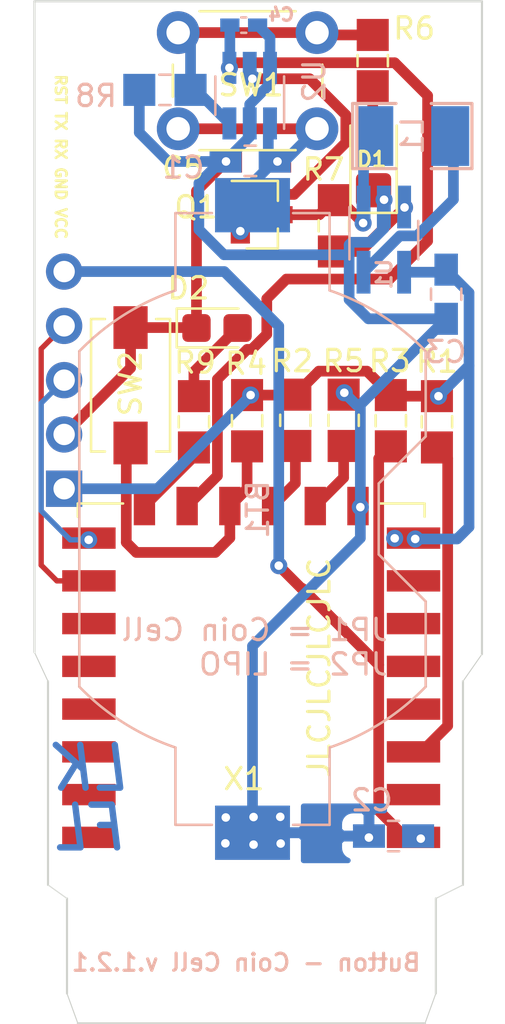
<source format=kicad_pcb>
(kicad_pcb (version 20171130) (host pcbnew "(5.1.9)-1")

  (general
    (thickness 1.6)
    (drawings 24)
    (tracks 174)
    (zones 0)
    (modules 25)
    (nets 20)
  )

  (page A4)
  (layers
    (0 F.Cu signal)
    (31 B.Cu signal)
    (32 B.Adhes user)
    (33 F.Adhes user)
    (34 B.Paste user)
    (35 F.Paste user)
    (36 B.SilkS user)
    (37 F.SilkS user)
    (38 B.Mask user)
    (39 F.Mask user)
    (40 Dwgs.User user)
    (41 Cmts.User user)
    (42 Eco1.User user)
    (43 Eco2.User user)
    (44 Edge.Cuts user)
    (45 Margin user)
    (46 B.CrtYd user hide)
    (47 F.CrtYd user hide)
    (48 B.Fab user hide)
    (49 F.Fab user hide)
  )

  (setup
    (last_trace_width 0.5)
    (user_trace_width 0.5)
    (trace_clearance 0.1)
    (zone_clearance 0.508)
    (zone_45_only no)
    (trace_min 0.2)
    (via_size 0.8)
    (via_drill 0.4)
    (via_min_size 0.4)
    (via_min_drill 0.3)
    (user_via 0.5 0.3)
    (uvia_size 0.3)
    (uvia_drill 0.1)
    (uvias_allowed no)
    (uvia_min_size 0.2)
    (uvia_min_drill 0.1)
    (edge_width 0.05)
    (segment_width 0.2)
    (pcb_text_width 0.3)
    (pcb_text_size 1.5 1.5)
    (mod_edge_width 0.12)
    (mod_text_size 1 1)
    (mod_text_width 0.15)
    (pad_size 1.524 1.524)
    (pad_drill 0.762)
    (pad_to_mask_clearance 0.051)
    (solder_mask_min_width 0.25)
    (aux_axis_origin 0 0)
    (visible_elements 7FFFFFFF)
    (pcbplotparams
      (layerselection 0x010fc_ffffffff)
      (usegerberextensions false)
      (usegerberattributes false)
      (usegerberadvancedattributes true)
      (creategerberjobfile false)
      (excludeedgelayer true)
      (linewidth 0.150000)
      (plotframeref false)
      (viasonmask false)
      (mode 1)
      (useauxorigin true)
      (hpglpennumber 1)
      (hpglpenspeed 20)
      (hpglpendiameter 15.000000)
      (psnegative false)
      (psa4output false)
      (plotreference true)
      (plotvalue true)
      (plotinvisibletext false)
      (padsonsilk false)
      (subtractmaskfromsilk false)
      (outputformat 1)
      (mirror false)
      (drillshape 0)
      (scaleselection 1)
      (outputdirectory "Gerber/"))
  )

  (net 0 "")
  (net 1 /VCC)
  (net 2 /GND)
  (net 3 /RST)
  (net 4 /RX)
  (net 5 /TX)
  (net 6 /EN)
  (net 7 /GPIO2)
  (net 8 /GPIO0)
  (net 9 "Net-(BT1-Pad1)")
  (net 10 "Net-(L1-Pad2)")
  (net 11 /GPIO15)
  (net 12 /GPIO4)
  (net 13 "Net-(D2-Pad2)")
  (net 14 /GPIO5)
  (net 15 "Net-(D1-Pad2)")
  (net 16 "Net-(R6-Pad2)")
  (net 17 "Net-(R7-Pad1)")
  (net 18 "Net-(L1-Pad1)")
  (net 19 "Net-(Q1-Pad1)")

  (net_class Default "This is the default net class."
    (clearance 0.1)
    (trace_width 0.25)
    (via_dia 0.8)
    (via_drill 0.4)
    (uvia_dia 0.3)
    (uvia_drill 0.1)
    (add_net /EN)
    (add_net /GND)
    (add_net /GPIO0)
    (add_net /GPIO15)
    (add_net /GPIO2)
    (add_net /GPIO4)
    (add_net /GPIO5)
    (add_net /RST)
    (add_net /RX)
    (add_net /TX)
    (add_net /VCC)
    (add_net "Net-(BT1-Pad1)")
    (add_net "Net-(D1-Pad2)")
    (add_net "Net-(D2-Pad2)")
    (add_net "Net-(L1-Pad1)")
    (add_net "Net-(L1-Pad2)")
    (add_net "Net-(Q1-Pad1)")
    (add_net "Net-(R6-Pad2)")
    (add_net "Net-(R7-Pad1)")
  )

  (module handsolder:SOT-23-6handsoldering (layer B.Cu) (tedit 600C9A10) (tstamp 60351443)
    (at 125.65 58.96 90)
    (descr "6-pin SOT-23 package")
    (tags SOT-23-6)
    (path /60350B91)
    (attr smd)
    (fp_text reference U2 (at 0.68 3.02 270) (layer B.SilkS)
      (effects (font (size 1 1) (thickness 0.15)) (justify mirror))
    )
    (fp_text value TPL5110 (at 0 -2.9 270) (layer B.Fab)
      (effects (font (size 1 1) (thickness 0.15)) (justify mirror))
    )
    (fp_text user %R (at 0 0) (layer B.Fab)
      (effects (font (size 0.5 0.5) (thickness 0.075)) (justify mirror))
    )
    (fp_line (start -0.9 -1.61) (end 0.9 -1.61) (layer B.SilkS) (width 0.12))
    (fp_line (start 0.9 1.61) (end -1.55 1.61) (layer B.SilkS) (width 0.12))
    (fp_line (start 1.9 1.8) (end -1.9 1.8) (layer B.CrtYd) (width 0.05))
    (fp_line (start 1.9 -1.8) (end 1.9 1.8) (layer B.CrtYd) (width 0.05))
    (fp_line (start -1.9 -1.8) (end 1.9 -1.8) (layer B.CrtYd) (width 0.05))
    (fp_line (start -1.9 1.8) (end -1.9 -1.8) (layer B.CrtYd) (width 0.05))
    (fp_line (start -0.9 0.9) (end -0.25 1.55) (layer B.Fab) (width 0.1))
    (fp_line (start 0.9 1.55) (end -0.25 1.55) (layer B.Fab) (width 0.1))
    (fp_line (start -0.9 0.9) (end -0.9 -1.55) (layer B.Fab) (width 0.1))
    (fp_line (start 0.9 -1.55) (end -0.9 -1.55) (layer B.Fab) (width 0.1))
    (fp_line (start 0.9 1.55) (end 0.9 -1.55) (layer B.Fab) (width 0.1))
    (pad 5 smd rect (at 1.3 0 90) (size 1.5 0.65) (layers B.Cu B.Paste B.Mask)
      (net 19 "Net-(Q1-Pad1)"))
    (pad 6 smd rect (at 1.3 0.95 90) (size 1.5 0.65) (layers B.Cu B.Paste B.Mask)
      (net 2 /GND))
    (pad 4 smd rect (at 1.3 -0.95 90) (size 1.5 0.65) (layers B.Cu B.Paste B.Mask)
      (net 12 /GPIO4))
    (pad 3 smd rect (at -1.3 -0.95 90) (size 1.5 0.65) (layers B.Cu B.Paste B.Mask)
      (net 16 "Net-(R6-Pad2)"))
    (pad 2 smd rect (at -1.3 0 90) (size 1.5 0.65) (layers B.Cu B.Paste B.Mask)
      (net 2 /GND))
    (pad 1 smd rect (at -1.3 0.95 90) (size 1.5 0.65) (layers B.Cu B.Paste B.Mask)
      (net 9 "Net-(BT1-Pad1)"))
    (model ${KISYS3DMOD}/Package_TO_SOT_SMD.3dshapes/SOT-23-6.wrl
      (at (xyz 0 0 0))
      (scale (xyz 1 1 1))
      (rotate (xyz 0 0 0))
    )
  )

  (module Button_Switch_THT:SW_PUSH_6mm (layer F.Cu) (tedit 5A02FE31) (tstamp 60326911)
    (at 128.8 60.51 180)
    (descr https://www.omron.com/ecb/products/pdf/en-b3f.pdf)
    (tags "tact sw push 6mm")
    (path /602CFCB7)
    (fp_text reference SW1 (at 3.09 2.04) (layer F.SilkS)
      (effects (font (size 1 1) (thickness 0.15)))
    )
    (fp_text value SW_Push (at 3.75 6.7) (layer F.Fab)
      (effects (font (size 1 1) (thickness 0.15)))
    )
    (fp_line (start 3.25 -0.75) (end 6.25 -0.75) (layer F.Fab) (width 0.1))
    (fp_line (start 6.25 -0.75) (end 6.25 5.25) (layer F.Fab) (width 0.1))
    (fp_line (start 6.25 5.25) (end 0.25 5.25) (layer F.Fab) (width 0.1))
    (fp_line (start 0.25 5.25) (end 0.25 -0.75) (layer F.Fab) (width 0.1))
    (fp_line (start 0.25 -0.75) (end 3.25 -0.75) (layer F.Fab) (width 0.1))
    (fp_line (start 7.75 6) (end 8 6) (layer F.CrtYd) (width 0.05))
    (fp_line (start 8 6) (end 8 5.75) (layer F.CrtYd) (width 0.05))
    (fp_line (start 7.75 -1.5) (end 8 -1.5) (layer F.CrtYd) (width 0.05))
    (fp_line (start 8 -1.5) (end 8 -1.25) (layer F.CrtYd) (width 0.05))
    (fp_line (start -1.5 -1.25) (end -1.5 -1.5) (layer F.CrtYd) (width 0.05))
    (fp_line (start -1.5 -1.5) (end -1.25 -1.5) (layer F.CrtYd) (width 0.05))
    (fp_line (start -1.5 5.75) (end -1.5 6) (layer F.CrtYd) (width 0.05))
    (fp_line (start -1.5 6) (end -1.25 6) (layer F.CrtYd) (width 0.05))
    (fp_line (start -1.25 -1.5) (end 7.75 -1.5) (layer F.CrtYd) (width 0.05))
    (fp_line (start -1.5 5.75) (end -1.5 -1.25) (layer F.CrtYd) (width 0.05))
    (fp_line (start 7.75 6) (end -1.25 6) (layer F.CrtYd) (width 0.05))
    (fp_line (start 8 -1.25) (end 8 5.75) (layer F.CrtYd) (width 0.05))
    (fp_line (start 1 5.5) (end 5.5 5.5) (layer F.SilkS) (width 0.12))
    (fp_line (start -0.25 1.5) (end -0.25 3) (layer F.SilkS) (width 0.12))
    (fp_line (start 5.5 -1) (end 1 -1) (layer F.SilkS) (width 0.12))
    (fp_line (start 6.75 3) (end 6.75 1.5) (layer F.SilkS) (width 0.12))
    (fp_circle (center 3.25 2.25) (end 1.25 2.5) (layer F.Fab) (width 0.1))
    (fp_text user %R (at 3.25 2.25) (layer F.Fab)
      (effects (font (size 1 1) (thickness 0.15)))
    )
    (pad 1 thru_hole circle (at 6.5 0 270) (size 2 2) (drill 1.1) (layers *.Cu *.Mask)
      (net 9 "Net-(BT1-Pad1)"))
    (pad 2 thru_hole circle (at 6.5 4.5 270) (size 2 2) (drill 1.1) (layers *.Cu *.Mask)
      (net 16 "Net-(R6-Pad2)"))
    (pad 1 thru_hole circle (at 0 0 270) (size 2 2) (drill 1.1) (layers *.Cu *.Mask)
      (net 9 "Net-(BT1-Pad1)"))
    (pad 2 thru_hole circle (at 0 4.5 270) (size 2 2) (drill 1.1) (layers *.Cu *.Mask)
      (net 16 "Net-(R6-Pad2)"))
    (model ${KISYS3DMOD}/Button_Switch_THT.3dshapes/SW_PUSH_6mm.wrl
      (at (xyz 0 0 0))
      (scale (xyz 1 1 1))
      (rotate (xyz 0 0 0))
    )
  )

  (module Package_TO_SOT_SMD:SOT-23 (layer F.Cu) (tedit 5A02FF57) (tstamp 60351279)
    (at 126.21 64.53)
    (descr "SOT-23, Standard")
    (tags SOT-23)
    (path /6035BA2A)
    (attr smd)
    (fp_text reference Q1 (at -3.08 -0.35) (layer F.SilkS)
      (effects (font (size 1 1) (thickness 0.15)))
    )
    (fp_text value " TSM2323 " (at 0 2.5) (layer F.Fab)
      (effects (font (size 1 1) (thickness 0.15)))
    )
    (fp_text user %R (at 0 0 90) (layer F.Fab)
      (effects (font (size 0.5 0.5) (thickness 0.075)))
    )
    (fp_line (start -0.7 -0.95) (end -0.7 1.5) (layer F.Fab) (width 0.1))
    (fp_line (start -0.15 -1.52) (end 0.7 -1.52) (layer F.Fab) (width 0.1))
    (fp_line (start -0.7 -0.95) (end -0.15 -1.52) (layer F.Fab) (width 0.1))
    (fp_line (start 0.7 -1.52) (end 0.7 1.52) (layer F.Fab) (width 0.1))
    (fp_line (start -0.7 1.52) (end 0.7 1.52) (layer F.Fab) (width 0.1))
    (fp_line (start 0.76 1.58) (end 0.76 0.65) (layer F.SilkS) (width 0.12))
    (fp_line (start 0.76 -1.58) (end 0.76 -0.65) (layer F.SilkS) (width 0.12))
    (fp_line (start -1.7 -1.75) (end 1.7 -1.75) (layer F.CrtYd) (width 0.05))
    (fp_line (start 1.7 -1.75) (end 1.7 1.75) (layer F.CrtYd) (width 0.05))
    (fp_line (start 1.7 1.75) (end -1.7 1.75) (layer F.CrtYd) (width 0.05))
    (fp_line (start -1.7 1.75) (end -1.7 -1.75) (layer F.CrtYd) (width 0.05))
    (fp_line (start 0.76 -1.58) (end -1.4 -1.58) (layer F.SilkS) (width 0.12))
    (fp_line (start 0.76 1.58) (end -0.7 1.58) (layer F.SilkS) (width 0.12))
    (pad 3 smd rect (at 1 0) (size 0.9 0.8) (layers F.Cu F.Paste F.Mask)
      (net 18 "Net-(L1-Pad1)"))
    (pad 2 smd rect (at -1 0.95) (size 0.9 0.8) (layers F.Cu F.Paste F.Mask)
      (net 9 "Net-(BT1-Pad1)"))
    (pad 1 smd rect (at -1 -0.95) (size 0.9 0.8) (layers F.Cu F.Paste F.Mask)
      (net 19 "Net-(Q1-Pad1)"))
    (model ${KISYS3DMOD}/Package_TO_SOT_SMD.3dshapes/SOT-23.wrl
      (at (xyz 0 0 0))
      (scale (xyz 1 1 1))
      (rotate (xyz 0 0 0))
    )
  )

  (module handsolder:ESP-12Elesssilk (layer F.Cu) (tedit 60343770) (tstamp 603269A6)
    (at 125.72 90.16 180)
    (descr "Wi-Fi Module, http://wiki.ai-thinker.com/_media/esp8266/docs/aithinker_esp_12f_datasheet_en.pdf")
    (tags "Wi-Fi Module")
    (path /602C0443)
    (attr smd)
    (fp_text reference X1 (at 0.34 -0.77) (layer F.SilkS)
      (effects (font (size 1 1) (thickness 0.15)))
    )
    (fp_text value ESP-12E (at -0.06 -12.78) (layer F.Fab)
      (effects (font (size 1 1) (thickness 0.15)))
    )
    (fp_line (start -8 -12) (end 8 -12) (layer F.Fab) (width 0.12))
    (fp_line (start 8 -12) (end 8 12) (layer F.Fab) (width 0.12))
    (fp_line (start 8 12) (end -8 12) (layer F.Fab) (width 0.12))
    (fp_line (start -8 12) (end -8 -3) (layer F.Fab) (width 0.12))
    (fp_line (start -8 -3) (end -7.5 -3.5) (layer F.Fab) (width 0.12))
    (fp_line (start -7.5 -3.5) (end -8 -4) (layer F.Fab) (width 0.12))
    (fp_line (start -8 -4) (end -8 -12) (layer F.Fab) (width 0.12))
    (fp_line (start -9.05 -12.2) (end 9.05 -12.2) (layer F.CrtYd) (width 0.05))
    (fp_line (start 9.05 -12.2) (end 9.05 13.1) (layer F.CrtYd) (width 0.05))
    (fp_line (start 9.05 13.1) (end -9.05 13.1) (layer F.CrtYd) (width 0.05))
    (fp_line (start -9.05 13.1) (end -9.05 -12.2) (layer F.CrtYd) (width 0.05))
    (fp_line (start 8.12 11.5) (end 8.12 12.12) (layer F.SilkS) (width 0.12))
    (fp_line (start 8.12 12.12) (end 6 12.12) (layer F.SilkS) (width 0.12))
    (fp_line (start -6 12.12) (end -8.12 12.12) (layer F.SilkS) (width 0.12))
    (fp_line (start -8.12 12.12) (end -8.12 11.5) (layer F.SilkS) (width 0.12))
    (fp_line (start -8.12 -12.12) (end 8.12 -12.12) (layer Dwgs.User) (width 0.12))
    (fp_line (start 8.12 -12.12) (end 8.12 -4.8) (layer Dwgs.User) (width 0.12))
    (fp_line (start 8.12 -4.8) (end -8.12 -4.8) (layer Dwgs.User) (width 0.12))
    (fp_line (start -8.12 -4.8) (end -8.12 -12.12) (layer Dwgs.User) (width 0.12))
    (fp_line (start -8.12 -9.12) (end -5.12 -12.12) (layer Dwgs.User) (width 0.12))
    (fp_line (start -8.12 -6.12) (end -2.12 -12.12) (layer Dwgs.User) (width 0.12))
    (fp_line (start -6.44 -4.8) (end 0.88 -12.12) (layer Dwgs.User) (width 0.12))
    (fp_line (start -3.44 -4.8) (end 3.88 -12.12) (layer Dwgs.User) (width 0.12))
    (fp_line (start -0.44 -4.8) (end 6.88 -12.12) (layer Dwgs.User) (width 0.12))
    (fp_line (start 2.56 -4.8) (end 8.12 -10.36) (layer Dwgs.User) (width 0.12))
    (fp_line (start 5.56 -4.8) (end 8.12 -7.36) (layer Dwgs.User) (width 0.12))
    (fp_text user %R (at 0.49 -0.8) (layer F.Fab)
      (effects (font (size 1 1) (thickness 0.15)))
    )
    (fp_text user "KEEP-OUT ZONE" (at 0.03 -9.55 180) (layer Cmts.User)
      (effects (font (size 1 1) (thickness 0.15)))
    )
    (fp_text user Antenna (at -0.06 -7 180) (layer Cmts.User)
      (effects (font (size 1 1) (thickness 0.15)))
    )
    (pad 22 smd rect (at 7.6 -3.5 180) (size 2.5 1) (layers F.Cu F.Paste F.Mask))
    (pad 21 smd rect (at 7.6 -1.5 180) (size 2.5 1) (layers F.Cu F.Paste F.Mask))
    (pad 20 smd rect (at 7.6 0.5 180) (size 2.5 1) (layers F.Cu F.Paste F.Mask))
    (pad 19 smd rect (at 7.6 2.5 180) (size 2.5 1) (layers F.Cu F.Paste F.Mask))
    (pad 18 smd rect (at 7.6 4.5 180) (size 2.5 1) (layers F.Cu F.Paste F.Mask))
    (pad 17 smd rect (at 7.6 6.5 180) (size 2.5 1) (layers F.Cu F.Paste F.Mask))
    (pad 16 smd rect (at 7.6 8.5 180) (size 2.5 1) (layers F.Cu F.Paste F.Mask)
      (net 5 /TX))
    (pad 15 smd rect (at 7.6 10.5 180) (size 2.5 1) (layers F.Cu F.Paste F.Mask)
      (net 4 /RX))
    (pad 14 smd rect (at 5 12 180) (size 1 1.8) (layers F.Cu F.Paste F.Mask)
      (net 14 /GPIO5))
    (pad 13 smd rect (at 3 12 180) (size 1 1.8) (layers F.Cu F.Paste F.Mask)
      (net 12 /GPIO4))
    (pad 12 smd rect (at 1 12 180) (size 1 1.8) (layers F.Cu F.Paste F.Mask)
      (net 8 /GPIO0))
    (pad 11 smd rect (at -1 12 180) (size 1 1.8) (layers F.Cu F.Paste F.Mask)
      (net 7 /GPIO2))
    (pad 10 smd rect (at -3 12 180) (size 1 1.8) (layers F.Cu F.Paste F.Mask)
      (net 11 /GPIO15))
    (pad 9 smd rect (at -5 12 180) (size 1 1.8) (layers F.Cu F.Paste F.Mask)
      (net 2 /GND))
    (pad 8 smd rect (at -7.6 10.5 180) (size 2.5 1) (layers F.Cu F.Paste F.Mask)
      (net 1 /VCC))
    (pad 7 smd rect (at -7.6 8.5 180) (size 2.5 1) (layers F.Cu F.Paste F.Mask))
    (pad 6 smd rect (at -7.6 6.5 180) (size 2.5 1) (layers F.Cu F.Paste F.Mask))
    (pad 5 smd rect (at -7.6 4.5 180) (size 2.5 1) (layers F.Cu F.Paste F.Mask))
    (pad 4 smd rect (at -7.6 2.5 180) (size 2.5 1) (layers F.Cu F.Paste F.Mask))
    (pad 3 smd rect (at -7.6 0.5 180) (size 2.5 1) (layers F.Cu F.Paste F.Mask)
      (net 6 /EN))
    (pad 2 smd rect (at -7.6 -1.5 180) (size 2.5 1) (layers F.Cu F.Paste F.Mask))
    (pad 1 smd rect (at -7.6 -3.5 180) (size 2.5 1) (layers F.Cu F.Paste F.Mask)
      (net 3 /RST))
    (model ${KISYS3DMOD}/RF_Module.3dshapes/ESP-12E.wrl
      (at (xyz 0 0 0))
      (scale (xyz 1 1 1))
      (rotate (xyz 0 0 0))
    )
  )

  (module handsolder:C_0805_2012handsodermod (layer F.Cu) (tedit 60004493) (tstamp 6034EE59)
    (at 125.69 62.01)
    (descr "Capacitor SMD 0805 (2012 Metric), square (rectangular) end terminal, IPC_7351 nominal with elongated pad for handsoldering. (Body size source: https://docs.google.com/spreadsheets/d/1BsfQQcO9C6DZCsRaXUlFlo91Tg2WpOkGARC1WS5S8t0/edit?usp=sharing), generated with kicad-footprint-generator")
    (tags "capacitor handsolder")
    (path /6034F227)
    (attr smd)
    (fp_text reference C5 (at -3.16 0.34) (layer F.SilkS)
      (effects (font (size 1 1) (thickness 0.15)))
    )
    (fp_text value 100nF (at 0 1.65) (layer F.Fab) hide
      (effects (font (size 1 1) (thickness 0.15)))
    )
    (fp_line (start 2.05 0.95) (end -2 0.95) (layer F.CrtYd) (width 0.05))
    (fp_line (start 2.05 -0.95) (end 2.05 0.95) (layer F.CrtYd) (width 0.05))
    (fp_line (start -2 -0.95) (end 2.05 -0.95) (layer F.CrtYd) (width 0.05))
    (fp_line (start -2 0.95) (end -2 -0.95) (layer F.CrtYd) (width 0.05))
    (fp_line (start -0.261252 0.71) (end 0.261252 0.71) (layer F.SilkS) (width 0.12))
    (fp_line (start -0.261252 -0.71) (end 0.261252 -0.71) (layer F.SilkS) (width 0.12))
    (fp_line (start 1 0.6) (end -1 0.6) (layer F.Fab) (width 0.1))
    (fp_line (start 1 -0.6) (end 1 0.6) (layer F.Fab) (width 0.1))
    (fp_line (start -1 -0.6) (end 1 -0.6) (layer F.Fab) (width 0.1))
    (fp_line (start -1 0.6) (end -1 -0.6) (layer F.Fab) (width 0.1))
    (fp_text user %R (at 0 0) (layer F.Fab)
      (effects (font (size 0.5 0.5) (thickness 0.08)))
    )
    (pad 2 smd rect (at 1.15 0) (size 1.5 1.1) (layers F.Cu F.Paste F.Mask)
      (net 9 "Net-(BT1-Pad1)"))
    (pad 1 smd rect (at -1.15 0) (size 1.5 1.1) (layers F.Cu F.Paste F.Mask)
      (net 2 /GND))
    (model ${KISYS3DMOD}/Capacitor_SMD.3dshapes/C_0805_2012Metric.wrl
      (at (xyz 0 0 0))
      (scale (xyz 1 1 1))
      (rotate (xyz 0 0 0))
    )
  )

  (module handsolder:C_0402_1005Metric_Pad0.74x0.62mm_HandSoldermod (layer B.Cu) (tedit 60342830) (tstamp 60343322)
    (at 125.37 55.66)
    (descr "Capacitor SMD 0402 (1005 Metric), square (rectangular) end terminal, IPC_7351 nominal with elongated pad for handsoldering. (Body size source: IPC-SM-782 page 76, https://www.pcb-3d.com/wordpress/wp-content/uploads/ipc-sm-782a_amendment_1_and_2.pdf), generated with kicad-footprint-generator")
    (tags "capacitor handsolder")
    (path /603444C4)
    (attr smd)
    (fp_text reference C4 (at 1.76 -0.49) (layer B.SilkS)
      (effects (font (size 0.6 0.6) (thickness 0.15)) (justify mirror))
    )
    (fp_text value "10nf -100nf" (at 0 -1.16) (layer B.Fab)
      (effects (font (size 1 1) (thickness 0.15)) (justify mirror))
    )
    (fp_line (start 1.08 -0.46) (end -1.08 -0.46) (layer B.CrtYd) (width 0.05))
    (fp_line (start 1.08 0.46) (end 1.08 -0.46) (layer B.CrtYd) (width 0.05))
    (fp_line (start -1.08 0.46) (end 1.08 0.46) (layer B.CrtYd) (width 0.05))
    (fp_line (start -1.08 -0.46) (end -1.08 0.46) (layer B.CrtYd) (width 0.05))
    (fp_line (start -0.115835 -0.36) (end 0.115835 -0.36) (layer B.SilkS) (width 0.12))
    (fp_line (start -0.115835 0.36) (end 0.115835 0.36) (layer B.SilkS) (width 0.12))
    (fp_line (start 0.5 -0.25) (end -0.5 -0.25) (layer B.Fab) (width 0.1))
    (fp_line (start 0.5 0.25) (end 0.5 -0.25) (layer B.Fab) (width 0.1))
    (fp_line (start -0.5 0.25) (end 0.5 0.25) (layer B.Fab) (width 0.1))
    (fp_line (start -0.5 -0.25) (end -0.5 0.25) (layer B.Fab) (width 0.1))
    (fp_text user %R (at 0 0) (layer B.Fab)
      (effects (font (size 0.25 0.25) (thickness 0.04)) (justify mirror))
    )
    (pad 2 smd rect (at 0.65 0) (size 0.9 0.62) (layers B.Cu B.Paste B.Mask)
      (net 2 /GND))
    (pad 1 smd rect (at -0.65 0) (size 0.9 0.62) (layers B.Cu B.Paste B.Mask)
      (net 12 /GPIO4))
    (model ${KISYS3DMOD}/Capacitor_SMD.3dshapes/C_0402_1005Metric.wrl
      (at (xyz 0 0 0))
      (scale (xyz 1 1 1))
      (rotate (xyz 0 0 0))
    )
  )

  (module handsolder:SMD-1210_Pol_inductor (layer B.Cu) (tedit 592F1991) (tstamp 60341854)
    (at 133.262 60.85)
    (tags "CMS SM")
    (path /602E234D)
    (attr smd)
    (fp_text reference L1 (at 0.015 -0.015 -90) (layer B.SilkS)
      (effects (font (size 1 1) (thickness 0.15)) (justify mirror))
    )
    (fp_text value "4.7 uH" (at 0 -0.762) (layer B.Fab)
      (effects (font (size 1 1) (thickness 0.15)) (justify mirror))
    )
    (fp_line (start -2.794 -1.524) (end -0.762 -1.524) (layer B.SilkS) (width 0.15))
    (fp_line (start -2.594 1.524) (end -2.594 -1.524) (layer B.SilkS) (width 0.15))
    (fp_line (start -0.762 1.524) (end -2.794 1.524) (layer B.SilkS) (width 0.15))
    (fp_line (start 2.794 1.524) (end 0.889 1.524) (layer B.SilkS) (width 0.15))
    (fp_line (start 2.794 -1.524) (end 2.794 1.524) (layer B.SilkS) (width 0.15))
    (fp_line (start 0.889 -1.524) (end 2.794 -1.524) (layer B.SilkS) (width 0.15))
    (fp_line (start -2.794 1.524) (end -2.794 -1.524) (layer B.SilkS) (width 0.15))
    (pad 1 smd rect (at -1.778 0) (size 1.778 2.794) (layers B.Cu B.Paste B.Mask)
      (net 18 "Net-(L1-Pad1)") (zone_connect 2))
    (pad 2 smd rect (at 1.778 0) (size 1.778 2.794) (layers B.Cu B.Paste B.Mask)
      (net 10 "Net-(L1-Pad2)"))
    (model SMD_Packages.3dshapes/SMD-1210_Pol.wrl
      (at (xyz 0 0 0))
      (scale (xyz 0.2 0.2 0.2))
      (rotate (xyz 0 0 0))
    )
  )

  (module Connector_PinHeader_2.54mm:PinHeader_1x05_P2.54mm_Vertical (layer F.Cu) (tedit 6033F431) (tstamp 60326824)
    (at 116.96 77.35 180)
    (descr "Through hole straight pin header, 1x05, 2.54mm pitch, single row")
    (tags "Through hole pin header THT 1x05 2.54mm single row")
    (path /60301345)
    (fp_text reference J1 (at -2.6162 -0.9652 180) (layer F.SilkS) hide
      (effects (font (size 1 1) (thickness 0.15)))
    )
    (fp_text value Conn_01x05_Female (at 0.03 12.52 180) (layer F.Fab)
      (effects (font (size 1 1) (thickness 0.15)))
    )
    (fp_line (start -0.635 -1.27) (end 1.27 -1.27) (layer F.Fab) (width 0.1))
    (fp_line (start 1.27 -1.27) (end 1.27 11.43) (layer F.Fab) (width 0.1))
    (fp_line (start 1.27 11.43) (end -1.27 11.43) (layer F.Fab) (width 0.1))
    (fp_line (start -1.27 11.43) (end -1.27 -0.635) (layer F.Fab) (width 0.1))
    (fp_line (start -1.27 -0.635) (end -0.635 -1.27) (layer F.Fab) (width 0.1))
    (fp_line (start -1.8 -1.8) (end -1.8 11.95) (layer F.CrtYd) (width 0.05))
    (fp_line (start -1.8 11.95) (end 1.8 11.95) (layer F.CrtYd) (width 0.05))
    (fp_line (start 1.8 11.95) (end 1.8 -1.8) (layer F.CrtYd) (width 0.05))
    (fp_line (start 1.8 -1.8) (end -1.8 -1.8) (layer F.CrtYd) (width 0.05))
    (fp_text user %R (at 0 5.08 270) (layer F.Fab)
      (effects (font (size 1 1) (thickness 0.15)))
    )
    (pad 5 thru_hole oval (at 0 10.16 180) (size 1.7 1.7) (drill 1) (layers *.Cu *.Mask)
      (net 3 /RST))
    (pad 4 thru_hole oval (at 0 7.62 180) (size 1.7 1.7) (drill 1) (layers *.Cu *.Mask)
      (net 5 /TX))
    (pad 3 thru_hole oval (at 0 5.08 180) (size 1.7 1.7) (drill 1) (layers *.Cu *.Mask)
      (net 4 /RX))
    (pad 2 thru_hole oval (at 0 2.54 180) (size 1.7 1.7) (drill 1) (layers *.Cu *.Mask)
      (net 2 /GND))
    (pad 1 thru_hole rect (at 0 0 180) (size 1.7 1.7) (drill 1) (layers *.Cu *.Mask)
      (net 1 /VCC))
    (model ${KISYS3DMOD}/Connector_PinHeader_2.54mm.3dshapes/PinHeader_1x05_P2.54mm_Vertical.wrl
      (at (xyz 0 0 0))
      (scale (xyz 1 1 1))
      (rotate (xyz 0 0 0))
    )
  )

  (module handsolder:SOT-23-5_HandSolderingmod (layer B.Cu) (tedit 60023824) (tstamp 60329F06)
    (at 131.93 65.72 270)
    (descr "5-pin SOT23 package")
    (tags "SOT-23-5 hand-soldering")
    (path /6033543B)
    (attr smd)
    (fp_text reference U1 (at 1.58496 -0.02032 90) (layer B.SilkS)
      (effects (font (size 0.7 0.7) (thickness 0.15)) (justify mirror))
    )
    (fp_text value TPS61097A (at 10.287 -1.143 270) (layer B.SilkS) hide
      (effects (font (size 1 1) (thickness 0.15)) (justify mirror))
    )
    (fp_line (start -0.9 -1.61) (end 0.9 -1.61) (layer B.SilkS) (width 0.12))
    (fp_line (start 0.9 1.61) (end -1.55 1.61) (layer B.SilkS) (width 0.12))
    (fp_line (start -0.9 0.9) (end -0.25 1.55) (layer B.Fab) (width 0.1))
    (fp_line (start 0.9 1.55) (end -0.25 1.55) (layer B.Fab) (width 0.1))
    (fp_line (start -0.9 0.9) (end -0.9 -1.55) (layer B.Fab) (width 0.1))
    (fp_line (start 0.9 -1.55) (end -0.9 -1.55) (layer B.Fab) (width 0.1))
    (fp_line (start 0.9 1.55) (end 0.9 -1.55) (layer B.Fab) (width 0.1))
    (fp_line (start -2.38 1.8) (end 2.38 1.8) (layer B.CrtYd) (width 0.05))
    (fp_line (start -2.38 1.8) (end -2.38 -1.8) (layer B.CrtYd) (width 0.05))
    (fp_line (start 2.38 -1.8) (end 2.38 1.8) (layer B.CrtYd) (width 0.05))
    (fp_line (start 2.38 -1.8) (end -2.38 -1.8) (layer B.CrtYd) (width 0.05))
    (fp_text user %R (at 0 0) (layer B.Fab)
      (effects (font (size 0.5 0.5) (thickness 0.075)) (justify mirror))
    )
    (pad 5 smd rect (at 1.5 0.95 270) (size 2 0.65) (layers B.Cu B.Paste B.Mask)
      (net 10 "Net-(L1-Pad2)"))
    (pad 4 smd rect (at 1.5 -0.95 270) (size 2 0.65) (layers B.Cu B.Paste B.Mask)
      (net 1 /VCC))
    (pad 3 smd rect (at -1.55 -0.95 270) (size 2 0.65) (layers B.Cu B.Paste B.Mask)
      (net 17 "Net-(R7-Pad1)"))
    (pad 2 smd trapezoid (at -1.55 0 270) (size 2 0.65) (layers B.Cu B.Paste B.Mask)
      (net 2 /GND))
    (pad 1 smd rect (at -1.55 0.95 270) (size 2 0.65) (layers B.Cu B.Paste B.Mask)
      (net 18 "Net-(L1-Pad1)"))
    (model ${KISYS3DMOD}/Package_TO_SOT_SMD.3dshapes/SOT-23-5.wrl
      (at (xyz 0 0 0))
      (scale (xyz 1 1 1))
      (rotate (xyz 0 0 0))
    )
  )

  (module handsolder:C_0805_2012handsodermod (layer B.Cu) (tedit 60326176) (tstamp 603267C3)
    (at 125.67 62.01)
    (descr "Capacitor SMD 0805 (2012 Metric), square (rectangular) end terminal, IPC_7351 nominal with elongated pad for handsoldering. (Body size source: https://docs.google.com/spreadsheets/d/1BsfQQcO9C6DZCsRaXUlFlo91Tg2WpOkGARC1WS5S8t0/edit?usp=sharing), generated with kicad-footprint-generator")
    (tags "capacitor handsolder")
    (path /602D0C1F)
    (attr smd)
    (fp_text reference C1 (at -3.12 0.31 180) (layer B.SilkS)
      (effects (font (size 1 1) (thickness 0.15)) (justify mirror))
    )
    (fp_text value 10uF (at 0 -1.65 180) (layer B.Fab) hide
      (effects (font (size 1 1) (thickness 0.15)) (justify mirror))
    )
    (fp_line (start -1 -0.6) (end -1 0.6) (layer B.Fab) (width 0.1))
    (fp_line (start -1 0.6) (end 1 0.6) (layer B.Fab) (width 0.1))
    (fp_line (start 1 0.6) (end 1 -0.6) (layer B.Fab) (width 0.1))
    (fp_line (start 1 -0.6) (end -1 -0.6) (layer B.Fab) (width 0.1))
    (fp_line (start -0.261252 0.71) (end 0.261252 0.71) (layer B.SilkS) (width 0.12))
    (fp_line (start -0.261252 -0.71) (end 0.261252 -0.71) (layer B.SilkS) (width 0.12))
    (fp_line (start -2 -0.85) (end -2 0.85) (layer B.CrtYd) (width 0.05))
    (fp_line (start -2 0.85) (end 2.05 0.85) (layer B.CrtYd) (width 0.05))
    (fp_line (start 2.05 0.85) (end 2.05 -0.85) (layer B.CrtYd) (width 0.05))
    (fp_line (start 2.05 -0.85) (end -2 -0.85) (layer B.CrtYd) (width 0.05))
    (fp_text user %R (at 0 0 180) (layer B.Fab)
      (effects (font (size 0.5 0.5) (thickness 0.08)) (justify mirror))
    )
    (pad 2 smd rect (at 1.15 0) (size 1.5 1.1) (layers B.Cu B.Paste B.Mask)
      (net 9 "Net-(BT1-Pad1)"))
    (pad 1 smd rect (at -1.15 0) (size 1.5 1.1) (layers B.Cu B.Paste B.Mask)
      (net 2 /GND))
    (model ${KISYS3DMOD}/Capacitor_SMD.3dshapes/C_0805_2012Metric.wrl
      (at (xyz 0 0 0))
      (scale (xyz 1 1 1))
      (rotate (xyz 0 0 0))
    )
  )

  (module Button_Switch_SMD:SW_SPST_EVQPE1 (layer F.Cu) (tedit 5A02FC95) (tstamp 6032692A)
    (at 120.07 72.51 90)
    (descr "Light Touch Switch, https://industrial.panasonic.com/cdbs/www-data/pdf/ATK0000/ATK0000CE7.pdf")
    (path /602CDBD4)
    (attr smd)
    (fp_text reference SW2 (at 0.0762 0 90) (layer F.SilkS)
      (effects (font (size 1 1) (thickness 0.15)))
    )
    (fp_text value SW_Push (at 0 3 90) (layer F.Fab)
      (effects (font (size 1 1) (thickness 0.15)))
    )
    (fp_line (start 3 -1.75) (end 3 1.75) (layer F.Fab) (width 0.1))
    (fp_line (start 3 1.75) (end -3 1.75) (layer F.Fab) (width 0.1))
    (fp_line (start -3 1.75) (end -3 -1.75) (layer F.Fab) (width 0.1))
    (fp_line (start -3 -1.75) (end 3 -1.75) (layer F.Fab) (width 0.1))
    (fp_line (start -1.4 -0.7) (end 1.4 -0.7) (layer F.Fab) (width 0.1))
    (fp_line (start 1.4 -0.7) (end 1.4 0.7) (layer F.Fab) (width 0.1))
    (fp_line (start 1.4 0.7) (end -1.4 0.7) (layer F.Fab) (width 0.1))
    (fp_line (start -1.4 0.7) (end -1.4 -0.7) (layer F.Fab) (width 0.1))
    (fp_line (start -3.95 -2) (end 3.95 -2) (layer F.CrtYd) (width 0.05))
    (fp_line (start 3.95 -2) (end 3.95 2) (layer F.CrtYd) (width 0.05))
    (fp_line (start 3.95 2) (end -3.95 2) (layer F.CrtYd) (width 0.05))
    (fp_line (start -3.95 2) (end -3.95 -2) (layer F.CrtYd) (width 0.05))
    (fp_line (start 3.1 -1.85) (end 3.1 -1.2) (layer F.SilkS) (width 0.12))
    (fp_line (start 3.1 1.85) (end 3.1 1.2) (layer F.SilkS) (width 0.12))
    (fp_line (start -3.1 1.2) (end -3.1 1.85) (layer F.SilkS) (width 0.12))
    (fp_line (start -3.1 -1.85) (end -3.1 -1.2) (layer F.SilkS) (width 0.12))
    (fp_line (start 3.1 -1.85) (end -3.1 -1.85) (layer F.SilkS) (width 0.12))
    (fp_line (start -3.1 1.85) (end 3.1 1.85) (layer F.SilkS) (width 0.12))
    (fp_text user %R (at 0 -2.65 90) (layer F.Fab)
      (effects (font (size 1 1) (thickness 0.15)))
    )
    (pad 1 smd rect (at -2.7 0 90) (size 2 1.6) (layers F.Cu F.Paste F.Mask)
      (net 8 /GPIO0))
    (pad 2 smd rect (at 2.7 0 90) (size 2 1.6) (layers F.Cu F.Paste F.Mask)
      (net 2 /GND))
    (model ${KISYS3DMOD}/Button_Switch_SMD.3dshapes/SW_SPST_EVQPE1.wrl
      (at (xyz 0 0 0))
      (scale (xyz 1 1 1))
      (rotate (xyz 0 0 0))
    )
  )

  (module handsolder:R_0805_2012handsoldermod (layer F.Cu) (tedit 60004565) (tstamp 603268F2)
    (at 123.0376 74.2188 270)
    (descr "Resistor SMD 0805 (2012 Metric), square (rectangular) end terminal, IPC_7351 nominal with elongated pad for handsoldering. (Body size source: https://docs.google.com/spreadsheets/d/1BsfQQcO9C6DZCsRaXUlFlo91Tg2WpOkGARC1WS5S8t0/edit?usp=sharing), generated with kicad-footprint-generator")
    (tags "resistor handsolder")
    (path /60325E7B)
    (attr smd)
    (fp_text reference R9 (at -2.7788 -0.0524) (layer F.SilkS)
      (effects (font (size 1 1) (thickness 0.15)))
    )
    (fp_text value 1k (at 0 1.65 270) (layer F.Fab) hide
      (effects (font (size 1 1) (thickness 0.15)))
    )
    (fp_line (start -1 0.6) (end -1 -0.6) (layer F.Fab) (width 0.1))
    (fp_line (start -1 -0.6) (end 1 -0.6) (layer F.Fab) (width 0.1))
    (fp_line (start 1 -0.6) (end 1 0.6) (layer F.Fab) (width 0.1))
    (fp_line (start 1 0.6) (end -1 0.6) (layer F.Fab) (width 0.1))
    (fp_line (start -0.261252 -0.71) (end 0.261252 -0.71) (layer F.SilkS) (width 0.12))
    (fp_line (start -0.261252 0.71) (end 0.261252 0.71) (layer F.SilkS) (width 0.12))
    (fp_line (start -2.05 0.95) (end -2.05 -0.95) (layer F.CrtYd) (width 0.05))
    (fp_line (start -2.05 -0.95) (end 2.05 -0.95) (layer F.CrtYd) (width 0.05))
    (fp_line (start 2.05 -0.95) (end 2.05 0.95) (layer F.CrtYd) (width 0.05))
    (fp_line (start 2.05 0.95) (end -2.05 0.95) (layer F.CrtYd) (width 0.05))
    (fp_text user %R (at 0 0 270) (layer F.Fab)
      (effects (font (size 0.5 0.5) (thickness 0.08)))
    )
    (pad 2 smd rect (at 1.2 0 270) (size 1.5 1.5) (layers F.Cu F.Paste F.Mask)
      (net 14 /GPIO5))
    (pad 1 smd rect (at -1.2 0 270) (size 1.5 1.5) (layers F.Cu F.Paste F.Mask)
      (net 13 "Net-(D2-Pad2)"))
    (model ${KISYS3DMOD}/Resistor_SMD.3dshapes/R_0805_2012Metric.wrl
      (at (xyz 0 0 0))
      (scale (xyz 1 1 1))
      (rotate (xyz 0 0 0))
    )
  )

  (module handsolder:R_0805_2012handsoldermod (layer B.Cu) (tedit 60004565) (tstamp 603268E1)
    (at 121.68 58.69)
    (descr "Resistor SMD 0805 (2012 Metric), square (rectangular) end terminal, IPC_7351 nominal with elongated pad for handsoldering. (Body size source: https://docs.google.com/spreadsheets/d/1BsfQQcO9C6DZCsRaXUlFlo91Tg2WpOkGARC1WS5S8t0/edit?usp=sharing), generated with kicad-footprint-generator")
    (tags "resistor handsolder")
    (path /6031EA78)
    (attr smd)
    (fp_text reference R8 (at -3.23 0.28) (layer B.SilkS)
      (effects (font (size 1 1) (thickness 0.15)) (justify mirror))
    )
    (fp_text value 10k (at 0 -1.65) (layer B.Fab) hide
      (effects (font (size 1 1) (thickness 0.15)) (justify mirror))
    )
    (fp_line (start -1 -0.6) (end -1 0.6) (layer B.Fab) (width 0.1))
    (fp_line (start -1 0.6) (end 1 0.6) (layer B.Fab) (width 0.1))
    (fp_line (start 1 0.6) (end 1 -0.6) (layer B.Fab) (width 0.1))
    (fp_line (start 1 -0.6) (end -1 -0.6) (layer B.Fab) (width 0.1))
    (fp_line (start -0.261252 0.71) (end 0.261252 0.71) (layer B.SilkS) (width 0.12))
    (fp_line (start -0.261252 -0.71) (end 0.261252 -0.71) (layer B.SilkS) (width 0.12))
    (fp_line (start -2.05 -0.95) (end -2.05 0.95) (layer B.CrtYd) (width 0.05))
    (fp_line (start -2.05 0.95) (end 2.05 0.95) (layer B.CrtYd) (width 0.05))
    (fp_line (start 2.05 0.95) (end 2.05 -0.95) (layer B.CrtYd) (width 0.05))
    (fp_line (start 2.05 -0.95) (end -2.05 -0.95) (layer B.CrtYd) (width 0.05))
    (fp_text user %R (at 0 0) (layer B.Fab)
      (effects (font (size 0.5 0.5) (thickness 0.08)) (justify mirror))
    )
    (pad 2 smd rect (at 1.2 0) (size 1.5 1.5) (layers B.Cu B.Paste B.Mask)
      (net 16 "Net-(R6-Pad2)"))
    (pad 1 smd rect (at -1.2 0) (size 1.5 1.5) (layers B.Cu B.Paste B.Mask)
      (net 2 /GND))
    (model ${KISYS3DMOD}/Resistor_SMD.3dshapes/R_0805_2012Metric.wrl
      (at (xyz 0 0 0))
      (scale (xyz 1 1 1))
      (rotate (xyz 0 0 0))
    )
  )

  (module handsolder:R_0805_2012handsoldermod (layer F.Cu) (tedit 60004565) (tstamp 603268D0)
    (at 129.59 65.05 90)
    (descr "Resistor SMD 0805 (2012 Metric), square (rectangular) end terminal, IPC_7351 nominal with elongated pad for handsoldering. (Body size source: https://docs.google.com/spreadsheets/d/1BsfQQcO9C6DZCsRaXUlFlo91Tg2WpOkGARC1WS5S8t0/edit?usp=sharing), generated with kicad-footprint-generator")
    (tags "resistor handsolder")
    (path /602F7A06)
    (attr smd)
    (fp_text reference R7 (at 2.64 -0.48 180) (layer F.SilkS)
      (effects (font (size 1 1) (thickness 0.15)))
    )
    (fp_text value 10k (at 0 1.65 90) (layer F.Fab) hide
      (effects (font (size 1 1) (thickness 0.15)))
    )
    (fp_line (start -1 0.6) (end -1 -0.6) (layer F.Fab) (width 0.1))
    (fp_line (start -1 -0.6) (end 1 -0.6) (layer F.Fab) (width 0.1))
    (fp_line (start 1 -0.6) (end 1 0.6) (layer F.Fab) (width 0.1))
    (fp_line (start 1 0.6) (end -1 0.6) (layer F.Fab) (width 0.1))
    (fp_line (start -0.261252 -0.71) (end 0.261252 -0.71) (layer F.SilkS) (width 0.12))
    (fp_line (start -0.261252 0.71) (end 0.261252 0.71) (layer F.SilkS) (width 0.12))
    (fp_line (start -2.05 0.95) (end -2.05 -0.95) (layer F.CrtYd) (width 0.05))
    (fp_line (start -2.05 -0.95) (end 2.05 -0.95) (layer F.CrtYd) (width 0.05))
    (fp_line (start 2.05 -0.95) (end 2.05 0.95) (layer F.CrtYd) (width 0.05))
    (fp_line (start 2.05 0.95) (end -2.05 0.95) (layer F.CrtYd) (width 0.05))
    (fp_text user %R (at 0 0 90) (layer F.Fab)
      (effects (font (size 0.5 0.5) (thickness 0.08)))
    )
    (pad 2 smd rect (at 1.2 0 90) (size 1.5 1.5) (layers F.Cu F.Paste F.Mask)
      (net 18 "Net-(L1-Pad1)"))
    (pad 1 smd rect (at -1.2 0 90) (size 1.5 1.5) (layers F.Cu F.Paste F.Mask)
      (net 17 "Net-(R7-Pad1)"))
    (model ${KISYS3DMOD}/Resistor_SMD.3dshapes/R_0805_2012Metric.wrl
      (at (xyz 0 0 0))
      (scale (xyz 1 1 1))
      (rotate (xyz 0 0 0))
    )
  )

  (module handsolder:R_0805_2012handsoldermod (layer F.Cu) (tedit 60004565) (tstamp 603268BF)
    (at 131.41 57.32 90)
    (descr "Resistor SMD 0805 (2012 Metric), square (rectangular) end terminal, IPC_7351 nominal with elongated pad for handsoldering. (Body size source: https://docs.google.com/spreadsheets/d/1BsfQQcO9C6DZCsRaXUlFlo91Tg2WpOkGARC1WS5S8t0/edit?usp=sharing), generated with kicad-footprint-generator")
    (tags "resistor handsolder")
    (path /602D454A)
    (attr smd)
    (fp_text reference R6 (at 1.5035 1.94 180) (layer F.SilkS)
      (effects (font (size 1 1) (thickness 0.15)))
    )
    (fp_text value 1k (at 0 1.65 90) (layer F.Fab) hide
      (effects (font (size 1 1) (thickness 0.15)))
    )
    (fp_line (start -1 0.6) (end -1 -0.6) (layer F.Fab) (width 0.1))
    (fp_line (start -1 -0.6) (end 1 -0.6) (layer F.Fab) (width 0.1))
    (fp_line (start 1 -0.6) (end 1 0.6) (layer F.Fab) (width 0.1))
    (fp_line (start 1 0.6) (end -1 0.6) (layer F.Fab) (width 0.1))
    (fp_line (start -0.261252 -0.71) (end 0.261252 -0.71) (layer F.SilkS) (width 0.12))
    (fp_line (start -0.261252 0.71) (end 0.261252 0.71) (layer F.SilkS) (width 0.12))
    (fp_line (start -2.05 0.95) (end -2.05 -0.95) (layer F.CrtYd) (width 0.05))
    (fp_line (start -2.05 -0.95) (end 2.05 -0.95) (layer F.CrtYd) (width 0.05))
    (fp_line (start 2.05 -0.95) (end 2.05 0.95) (layer F.CrtYd) (width 0.05))
    (fp_line (start 2.05 0.95) (end -2.05 0.95) (layer F.CrtYd) (width 0.05))
    (fp_text user %R (at 0 0 270) (layer F.Fab)
      (effects (font (size 0.5 0.5) (thickness 0.08)))
    )
    (pad 2 smd rect (at 1.2 0 90) (size 1.5 1.5) (layers F.Cu F.Paste F.Mask)
      (net 16 "Net-(R6-Pad2)"))
    (pad 1 smd rect (at -1.2 0 90) (size 1.5 1.5) (layers F.Cu F.Paste F.Mask)
      (net 15 "Net-(D1-Pad2)"))
    (model ${KISYS3DMOD}/Resistor_SMD.3dshapes/R_0805_2012Metric.wrl
      (at (xyz 0 0 0))
      (scale (xyz 1 1 1))
      (rotate (xyz 0 0 0))
    )
  )

  (module handsolder:R_0805_2012handsoldermod (layer F.Cu) (tedit 60004565) (tstamp 603268AE)
    (at 130.048 74.1488 270)
    (descr "Resistor SMD 0805 (2012 Metric), square (rectangular) end terminal, IPC_7351 nominal with elongated pad for handsoldering. (Body size source: https://docs.google.com/spreadsheets/d/1BsfQQcO9C6DZCsRaXUlFlo91Tg2WpOkGARC1WS5S8t0/edit?usp=sharing), generated with kicad-footprint-generator")
    (tags "resistor handsolder")
    (path /602CA91E)
    (attr smd)
    (fp_text reference R5 (at -2.7748 0 180) (layer F.SilkS)
      (effects (font (size 1 1) (thickness 0.15)))
    )
    (fp_text value 4.7k (at 0 1.65 90) (layer F.Fab) hide
      (effects (font (size 1 1) (thickness 0.15)))
    )
    (fp_line (start -1 0.6) (end -1 -0.6) (layer F.Fab) (width 0.1))
    (fp_line (start -1 -0.6) (end 1 -0.6) (layer F.Fab) (width 0.1))
    (fp_line (start 1 -0.6) (end 1 0.6) (layer F.Fab) (width 0.1))
    (fp_line (start 1 0.6) (end -1 0.6) (layer F.Fab) (width 0.1))
    (fp_line (start -0.261252 -0.71) (end 0.261252 -0.71) (layer F.SilkS) (width 0.12))
    (fp_line (start -0.261252 0.71) (end 0.261252 0.71) (layer F.SilkS) (width 0.12))
    (fp_line (start -2.05 0.95) (end -2.05 -0.95) (layer F.CrtYd) (width 0.05))
    (fp_line (start -2.05 -0.95) (end 2.05 -0.95) (layer F.CrtYd) (width 0.05))
    (fp_line (start 2.05 -0.95) (end 2.05 0.95) (layer F.CrtYd) (width 0.05))
    (fp_line (start 2.05 0.95) (end -2.05 0.95) (layer F.CrtYd) (width 0.05))
    (fp_text user %R (at 0 0 90) (layer F.Fab)
      (effects (font (size 0.5 0.5) (thickness 0.08)))
    )
    (pad 2 smd rect (at 1.2 0 270) (size 1.5 1.5) (layers F.Cu F.Paste F.Mask)
      (net 11 /GPIO15))
    (pad 1 smd rect (at -1.2 0 270) (size 1.5 1.5) (layers F.Cu F.Paste F.Mask)
      (net 2 /GND))
    (model ${KISYS3DMOD}/Resistor_SMD.3dshapes/R_0805_2012Metric.wrl
      (at (xyz 0 0 0))
      (scale (xyz 1 1 1))
      (rotate (xyz 0 0 0))
    )
  )

  (module handsolder:R_0805_2012handsoldermod (layer F.Cu) (tedit 60004565) (tstamp 6032689D)
    (at 125.5268 74.168 270)
    (descr "Resistor SMD 0805 (2012 Metric), square (rectangular) end terminal, IPC_7351 nominal with elongated pad for handsoldering. (Body size source: https://docs.google.com/spreadsheets/d/1BsfQQcO9C6DZCsRaXUlFlo91Tg2WpOkGARC1WS5S8t0/edit?usp=sharing), generated with kicad-footprint-generator")
    (tags "resistor handsolder")
    (path /602CA541)
    (attr smd)
    (fp_text reference R4 (at -2.668 0.0468 180) (layer F.SilkS)
      (effects (font (size 1 1) (thickness 0.15)))
    )
    (fp_text value 10k (at 0 1.65 90) (layer F.Fab) hide
      (effects (font (size 1 1) (thickness 0.15)))
    )
    (fp_line (start -1 0.6) (end -1 -0.6) (layer F.Fab) (width 0.1))
    (fp_line (start -1 -0.6) (end 1 -0.6) (layer F.Fab) (width 0.1))
    (fp_line (start 1 -0.6) (end 1 0.6) (layer F.Fab) (width 0.1))
    (fp_line (start 1 0.6) (end -1 0.6) (layer F.Fab) (width 0.1))
    (fp_line (start -0.261252 -0.71) (end 0.261252 -0.71) (layer F.SilkS) (width 0.12))
    (fp_line (start -0.261252 0.71) (end 0.261252 0.71) (layer F.SilkS) (width 0.12))
    (fp_line (start -2.05 0.95) (end -2.05 -0.95) (layer F.CrtYd) (width 0.05))
    (fp_line (start -2.05 -0.95) (end 2.05 -0.95) (layer F.CrtYd) (width 0.05))
    (fp_line (start 2.05 -0.95) (end 2.05 0.95) (layer F.CrtYd) (width 0.05))
    (fp_line (start 2.05 0.95) (end -2.05 0.95) (layer F.CrtYd) (width 0.05))
    (fp_text user %R (at 0 0 90) (layer F.Fab)
      (effects (font (size 0.5 0.5) (thickness 0.08)))
    )
    (pad 2 smd rect (at 1.2 0 270) (size 1.5 1.5) (layers F.Cu F.Paste F.Mask)
      (net 8 /GPIO0))
    (pad 1 smd rect (at -1.2 0 270) (size 1.5 1.5) (layers F.Cu F.Paste F.Mask)
      (net 1 /VCC))
    (model ${KISYS3DMOD}/Resistor_SMD.3dshapes/R_0805_2012Metric.wrl
      (at (xyz 0 0 0))
      (scale (xyz 1 1 1))
      (rotate (xyz 0 0 0))
    )
  )

  (module handsolder:R_0805_2012handsoldermod (layer F.Cu) (tedit 60004565) (tstamp 6032688C)
    (at 132.2578 74.168 270)
    (descr "Resistor SMD 0805 (2012 Metric), square (rectangular) end terminal, IPC_7351 nominal with elongated pad for handsoldering. (Body size source: https://docs.google.com/spreadsheets/d/1BsfQQcO9C6DZCsRaXUlFlo91Tg2WpOkGARC1WS5S8t0/edit?usp=sharing), generated with kicad-footprint-generator")
    (tags "resistor handsolder")
    (path /602C7954)
    (attr smd)
    (fp_text reference R3 (at -2.794 0.0508 180) (layer F.SilkS)
      (effects (font (size 1 1) (thickness 0.15)))
    )
    (fp_text value 10k (at 0 1.65 90) (layer F.Fab) hide
      (effects (font (size 1 1) (thickness 0.15)))
    )
    (fp_line (start -1 0.6) (end -1 -0.6) (layer F.Fab) (width 0.1))
    (fp_line (start -1 -0.6) (end 1 -0.6) (layer F.Fab) (width 0.1))
    (fp_line (start 1 -0.6) (end 1 0.6) (layer F.Fab) (width 0.1))
    (fp_line (start 1 0.6) (end -1 0.6) (layer F.Fab) (width 0.1))
    (fp_line (start -0.261252 -0.71) (end 0.261252 -0.71) (layer F.SilkS) (width 0.12))
    (fp_line (start -0.261252 0.71) (end 0.261252 0.71) (layer F.SilkS) (width 0.12))
    (fp_line (start -2.05 0.95) (end -2.05 -0.95) (layer F.CrtYd) (width 0.05))
    (fp_line (start -2.05 -0.95) (end 2.05 -0.95) (layer F.CrtYd) (width 0.05))
    (fp_line (start 2.05 -0.95) (end 2.05 0.95) (layer F.CrtYd) (width 0.05))
    (fp_line (start 2.05 0.95) (end -2.05 0.95) (layer F.CrtYd) (width 0.05))
    (fp_text user %R (at 0 0 90) (layer F.Fab)
      (effects (font (size 0.5 0.5) (thickness 0.08)))
    )
    (pad 2 smd rect (at 1.2 0 270) (size 1.5 1.5) (layers F.Cu F.Paste F.Mask)
      (net 3 /RST))
    (pad 1 smd rect (at -1.2 0 270) (size 1.5 1.5) (layers F.Cu F.Paste F.Mask)
      (net 1 /VCC))
    (model ${KISYS3DMOD}/Resistor_SMD.3dshapes/R_0805_2012Metric.wrl
      (at (xyz 0 0 0))
      (scale (xyz 1 1 1))
      (rotate (xyz 0 0 0))
    )
  )

  (module handsolder:R_0805_2012handsoldermod (layer F.Cu) (tedit 60004565) (tstamp 6032687B)
    (at 127.7874 74.1488 270)
    (descr "Resistor SMD 0805 (2012 Metric), square (rectangular) end terminal, IPC_7351 nominal with elongated pad for handsoldering. (Body size source: https://docs.google.com/spreadsheets/d/1BsfQQcO9C6DZCsRaXUlFlo91Tg2WpOkGARC1WS5S8t0/edit?usp=sharing), generated with kicad-footprint-generator")
    (tags "resistor handsolder")
    (path /602CC605)
    (attr smd)
    (fp_text reference R2 (at -2.7748 0.1524 180) (layer F.SilkS)
      (effects (font (size 1 1) (thickness 0.15)))
    )
    (fp_text value 10k (at 0 1.65 90) (layer F.Fab) hide
      (effects (font (size 1 1) (thickness 0.15)))
    )
    (fp_line (start -1 0.6) (end -1 -0.6) (layer F.Fab) (width 0.1))
    (fp_line (start -1 -0.6) (end 1 -0.6) (layer F.Fab) (width 0.1))
    (fp_line (start 1 -0.6) (end 1 0.6) (layer F.Fab) (width 0.1))
    (fp_line (start 1 0.6) (end -1 0.6) (layer F.Fab) (width 0.1))
    (fp_line (start -0.261252 -0.71) (end 0.261252 -0.71) (layer F.SilkS) (width 0.12))
    (fp_line (start -0.261252 0.71) (end 0.261252 0.71) (layer F.SilkS) (width 0.12))
    (fp_line (start -2.05 0.95) (end -2.05 -0.95) (layer F.CrtYd) (width 0.05))
    (fp_line (start -2.05 -0.95) (end 2.05 -0.95) (layer F.CrtYd) (width 0.05))
    (fp_line (start 2.05 -0.95) (end 2.05 0.95) (layer F.CrtYd) (width 0.05))
    (fp_line (start 2.05 0.95) (end -2.05 0.95) (layer F.CrtYd) (width 0.05))
    (fp_text user %R (at 0 0 90) (layer F.Fab)
      (effects (font (size 0.5 0.5) (thickness 0.08)))
    )
    (pad 2 smd rect (at 1.2 0 270) (size 1.5 1.5) (layers F.Cu F.Paste F.Mask)
      (net 7 /GPIO2))
    (pad 1 smd rect (at -1.2 0 270) (size 1.5 1.5) (layers F.Cu F.Paste F.Mask)
      (net 1 /VCC))
    (model ${KISYS3DMOD}/Resistor_SMD.3dshapes/R_0805_2012Metric.wrl
      (at (xyz 0 0 0))
      (scale (xyz 1 1 1))
      (rotate (xyz 0 0 0))
    )
  )

  (module handsolder:R_0805_2012handsoldermod (layer F.Cu) (tedit 60004565) (tstamp 6032686A)
    (at 134.4168 74.2188 270)
    (descr "Resistor SMD 0805 (2012 Metric), square (rectangular) end terminal, IPC_7351 nominal with elongated pad for handsoldering. (Body size source: https://docs.google.com/spreadsheets/d/1BsfQQcO9C6DZCsRaXUlFlo91Tg2WpOkGARC1WS5S8t0/edit?usp=sharing), generated with kicad-footprint-generator")
    (tags "resistor handsolder")
    (path /602C727C)
    (attr smd)
    (fp_text reference R1 (at -2.8194 0 180) (layer F.SilkS)
      (effects (font (size 1 1) (thickness 0.15)))
    )
    (fp_text value 10k (at 0 1.65 90) (layer F.Fab) hide
      (effects (font (size 1 1) (thickness 0.15)))
    )
    (fp_line (start -1 0.6) (end -1 -0.6) (layer F.Fab) (width 0.1))
    (fp_line (start -1 -0.6) (end 1 -0.6) (layer F.Fab) (width 0.1))
    (fp_line (start 1 -0.6) (end 1 0.6) (layer F.Fab) (width 0.1))
    (fp_line (start 1 0.6) (end -1 0.6) (layer F.Fab) (width 0.1))
    (fp_line (start -0.261252 -0.71) (end 0.261252 -0.71) (layer F.SilkS) (width 0.12))
    (fp_line (start -0.261252 0.71) (end 0.261252 0.71) (layer F.SilkS) (width 0.12))
    (fp_line (start -2.05 0.95) (end -2.05 -0.95) (layer F.CrtYd) (width 0.05))
    (fp_line (start -2.05 -0.95) (end 2.05 -0.95) (layer F.CrtYd) (width 0.05))
    (fp_line (start 2.05 -0.95) (end 2.05 0.95) (layer F.CrtYd) (width 0.05))
    (fp_line (start 2.05 0.95) (end -2.05 0.95) (layer F.CrtYd) (width 0.05))
    (fp_text user %R (at 0 0 90) (layer F.Fab)
      (effects (font (size 0.5 0.5) (thickness 0.08)))
    )
    (pad 2 smd rect (at 1.2 0 270) (size 1.5 1.5) (layers F.Cu F.Paste F.Mask)
      (net 6 /EN))
    (pad 1 smd rect (at -1.2 0 270) (size 1.5 1.5) (layers F.Cu F.Paste F.Mask)
      (net 1 /VCC))
    (model ${KISYS3DMOD}/Resistor_SMD.3dshapes/R_0805_2012Metric.wrl
      (at (xyz 0 0 0))
      (scale (xyz 1 1 1))
      (rotate (xyz 0 0 0))
    )
  )

  (module LED_SMD:LED_0805_2012Metric_Castellated (layer F.Cu) (tedit 5F68FEF1) (tstamp 6032680B)
    (at 124.12 69.83)
    (descr "LED SMD 0805 (2012 Metric), castellated end terminal, IPC_7351 nominal, (Body size source: https://docs.google.com/spreadsheets/d/1BsfQQcO9C6DZCsRaXUlFlo91Tg2WpOkGARC1WS5S8t0/edit?usp=sharing), generated with kicad-footprint-generator")
    (tags "LED castellated")
    (path /6032747F)
    (attr smd)
    (fp_text reference D2 (at -1.34 -1.86 180) (layer F.SilkS)
      (effects (font (size 1 1) (thickness 0.15)))
    )
    (fp_text value LED (at 0 1.6) (layer F.Fab)
      (effects (font (size 1 1) (thickness 0.15)))
    )
    (fp_line (start 1 -0.6) (end -0.7 -0.6) (layer F.Fab) (width 0.1))
    (fp_line (start -0.7 -0.6) (end -1 -0.3) (layer F.Fab) (width 0.1))
    (fp_line (start -1 -0.3) (end -1 0.6) (layer F.Fab) (width 0.1))
    (fp_line (start -1 0.6) (end 1 0.6) (layer F.Fab) (width 0.1))
    (fp_line (start 1 0.6) (end 1 -0.6) (layer F.Fab) (width 0.1))
    (fp_line (start 1 -0.91) (end -1.885 -0.91) (layer F.SilkS) (width 0.12))
    (fp_line (start -1.885 -0.91) (end -1.885 0.91) (layer F.SilkS) (width 0.12))
    (fp_line (start -1.885 0.91) (end 1 0.91) (layer F.SilkS) (width 0.12))
    (fp_line (start -1.88 0.9) (end -1.88 -0.9) (layer F.CrtYd) (width 0.05))
    (fp_line (start -1.88 -0.9) (end 1.88 -0.9) (layer F.CrtYd) (width 0.05))
    (fp_line (start 1.88 -0.9) (end 1.88 0.9) (layer F.CrtYd) (width 0.05))
    (fp_line (start 1.88 0.9) (end -1.88 0.9) (layer F.CrtYd) (width 0.05))
    (fp_text user %R (at 0 0) (layer F.Fab)
      (effects (font (size 0.5 0.5) (thickness 0.08)))
    )
    (pad 2 smd roundrect (at 0.9625 0) (size 1.325 1.3) (layers F.Cu F.Paste F.Mask) (roundrect_rratio 0.1923076923076923)
      (net 13 "Net-(D2-Pad2)"))
    (pad 1 smd roundrect (at -0.9625 0) (size 1.325 1.3) (layers F.Cu F.Paste F.Mask) (roundrect_rratio 0.1923076923076923)
      (net 2 /GND))
    (model ${KISYS3DMOD}/LED_SMD.3dshapes/LED_0805_2012Metric_Castellated.wrl
      (at (xyz 0 0 0))
      (scale (xyz 1 1 1))
      (rotate (xyz 0 0 0))
    )
  )

  (module LED_SMD:LED_1206_3216Metric_Castellated (layer F.Cu) (tedit 5F68FEF1) (tstamp 603267F8)
    (at 131.45 61.96 90)
    (descr "LED SMD 1206 (3216 Metric), castellated end terminal, IPC_7351 nominal, (Body size source: http://www.tortai-tech.com/upload/download/2011102023233369053.pdf), generated with kicad-footprint-generator")
    (tags "LED castellated")
    (path /602D28D1)
    (attr smd)
    (fp_text reference D1 (at 0.0176 -0.0922) (layer F.SilkS)
      (effects (font (size 0.7 0.7) (thickness 0.15)))
    )
    (fp_text value LED (at 0 1.78 90) (layer F.Fab)
      (effects (font (size 1 1) (thickness 0.15)))
    )
    (fp_line (start 1.6 -0.8) (end -1.2 -0.8) (layer F.Fab) (width 0.1))
    (fp_line (start -1.2 -0.8) (end -1.6 -0.4) (layer F.Fab) (width 0.1))
    (fp_line (start -1.6 -0.4) (end -1.6 0.8) (layer F.Fab) (width 0.1))
    (fp_line (start -1.6 0.8) (end 1.6 0.8) (layer F.Fab) (width 0.1))
    (fp_line (start 1.6 0.8) (end 1.6 -0.8) (layer F.Fab) (width 0.1))
    (fp_line (start 1.6 -1.085) (end -2.485 -1.085) (layer F.SilkS) (width 0.12))
    (fp_line (start -2.485 -1.085) (end -2.485 1.085) (layer F.SilkS) (width 0.12))
    (fp_line (start -2.485 1.085) (end 1.6 1.085) (layer F.SilkS) (width 0.12))
    (fp_line (start -2.48 1.08) (end -2.48 -1.08) (layer F.CrtYd) (width 0.05))
    (fp_line (start -2.48 -1.08) (end 2.48 -1.08) (layer F.CrtYd) (width 0.05))
    (fp_line (start 2.48 -1.08) (end 2.48 1.08) (layer F.CrtYd) (width 0.05))
    (fp_line (start 2.48 1.08) (end -2.48 1.08) (layer F.CrtYd) (width 0.05))
    (fp_text user %R (at 0 0 90) (layer F.Fab)
      (effects (font (size 0.8 0.8) (thickness 0.12)))
    )
    (pad 2 smd roundrect (at 1.425 0 90) (size 1.6 1.65) (layers F.Cu F.Paste F.Mask) (roundrect_rratio 0.15625)
      (net 15 "Net-(D1-Pad2)"))
    (pad 1 smd roundrect (at -1.425 0 90) (size 1.6 1.65) (layers F.Cu F.Paste F.Mask) (roundrect_rratio 0.15625)
      (net 2 /GND))
    (model ${KISYS3DMOD}/LED_SMD.3dshapes/LED_1206_3216Metric_Castellated.wrl
      (at (xyz 0 0 0))
      (scale (xyz 1 1 1))
      (rotate (xyz 0 0 0))
    )
  )

  (module handsolder:C_0805_2012handsodermod (layer B.Cu) (tedit 60004493) (tstamp 603267E5)
    (at 134.85 68.25 270)
    (descr "Capacitor SMD 0805 (2012 Metric), square (rectangular) end terminal, IPC_7351 nominal with elongated pad for handsoldering. (Body size source: https://docs.google.com/spreadsheets/d/1BsfQQcO9C6DZCsRaXUlFlo91Tg2WpOkGARC1WS5S8t0/edit?usp=sharing), generated with kicad-footprint-generator")
    (tags "capacitor handsolder")
    (path /602E3D4A)
    (attr smd)
    (fp_text reference C3 (at 2.7 0.03 180) (layer B.SilkS)
      (effects (font (size 1 1) (thickness 0.15)) (justify mirror))
    )
    (fp_text value 10uF (at 0 -1.65 90) (layer B.Fab) hide
      (effects (font (size 1 1) (thickness 0.15)) (justify mirror))
    )
    (fp_line (start -1 -0.6) (end -1 0.6) (layer B.Fab) (width 0.1))
    (fp_line (start -1 0.6) (end 1 0.6) (layer B.Fab) (width 0.1))
    (fp_line (start 1 0.6) (end 1 -0.6) (layer B.Fab) (width 0.1))
    (fp_line (start 1 -0.6) (end -1 -0.6) (layer B.Fab) (width 0.1))
    (fp_line (start -0.261252 0.71) (end 0.261252 0.71) (layer B.SilkS) (width 0.12))
    (fp_line (start -0.261252 -0.71) (end 0.261252 -0.71) (layer B.SilkS) (width 0.12))
    (fp_line (start -2 -0.95) (end -2 0.95) (layer B.CrtYd) (width 0.05))
    (fp_line (start -2 0.95) (end 2.05 0.95) (layer B.CrtYd) (width 0.05))
    (fp_line (start 2.05 0.95) (end 2.05 -0.95) (layer B.CrtYd) (width 0.05))
    (fp_line (start 2.05 -0.95) (end -2 -0.95) (layer B.CrtYd) (width 0.05))
    (fp_text user %R (at 0 0 90) (layer B.Fab)
      (effects (font (size 0.5 0.5) (thickness 0.08)) (justify mirror))
    )
    (pad 2 smd rect (at 1.15 0 270) (size 1.5 1.1) (layers B.Cu B.Paste B.Mask)
      (net 2 /GND))
    (pad 1 smd rect (at -1.15 0 270) (size 1.5 1.1) (layers B.Cu B.Paste B.Mask)
      (net 1 /VCC))
    (model ${KISYS3DMOD}/Capacitor_SMD.3dshapes/C_0805_2012Metric.wrl
      (at (xyz 0 0 0))
      (scale (xyz 1 1 1))
      (rotate (xyz 0 0 0))
    )
  )

  (module handsolder:C_0805_2012handsodermod (layer B.Cu) (tedit 60004493) (tstamp 603267D4)
    (at 132.3848 93.599)
    (descr "Capacitor SMD 0805 (2012 Metric), square (rectangular) end terminal, IPC_7351 nominal with elongated pad for handsoldering. (Body size source: https://docs.google.com/spreadsheets/d/1BsfQQcO9C6DZCsRaXUlFlo91Tg2WpOkGARC1WS5S8t0/edit?usp=sharing), generated with kicad-footprint-generator")
    (tags "capacitor handsolder")
    (path /602C896A)
    (attr smd)
    (fp_text reference C2 (at -1.016 -1.6764) (layer B.SilkS)
      (effects (font (size 1 1) (thickness 0.15)) (justify mirror))
    )
    (fp_text value 100nF (at 0 -1.65) (layer B.Fab) hide
      (effects (font (size 1 1) (thickness 0.15)) (justify mirror))
    )
    (fp_line (start -1 -0.6) (end -1 0.6) (layer B.Fab) (width 0.1))
    (fp_line (start -1 0.6) (end 1 0.6) (layer B.Fab) (width 0.1))
    (fp_line (start 1 0.6) (end 1 -0.6) (layer B.Fab) (width 0.1))
    (fp_line (start 1 -0.6) (end -1 -0.6) (layer B.Fab) (width 0.1))
    (fp_line (start -0.261252 0.71) (end 0.261252 0.71) (layer B.SilkS) (width 0.12))
    (fp_line (start -0.261252 -0.71) (end 0.261252 -0.71) (layer B.SilkS) (width 0.12))
    (fp_line (start -2 -0.95) (end -2 0.95) (layer B.CrtYd) (width 0.05))
    (fp_line (start -2 0.95) (end 2.05 0.95) (layer B.CrtYd) (width 0.05))
    (fp_line (start 2.05 0.95) (end 2.05 -0.95) (layer B.CrtYd) (width 0.05))
    (fp_line (start 2.05 -0.95) (end -2 -0.95) (layer B.CrtYd) (width 0.05))
    (fp_text user %R (at 0 0) (layer B.Fab)
      (effects (font (size 0.5 0.5) (thickness 0.08)) (justify mirror))
    )
    (pad 2 smd rect (at 1.15 0) (size 1.5 1.1) (layers B.Cu B.Paste B.Mask)
      (net 3 /RST))
    (pad 1 smd rect (at -1.15 0) (size 1.5 1.1) (layers B.Cu B.Paste B.Mask)
      (net 2 /GND))
    (model ${KISYS3DMOD}/Capacitor_SMD.3dshapes/C_0805_2012Metric.wrl
      (at (xyz 0 0 0))
      (scale (xyz 1 1 1))
      (rotate (xyz 0 0 0))
    )
  )

  (module Battery:BatteryHolder_Keystone_1058_1x2032 (layer B.Cu) (tedit 589EE147) (tstamp 60326788)
    (at 125.7808 78.7642 270)
    (descr http://www.keyelco.com/product-pdf.cfm?p=14028)
    (tags "Keystone type 1058 coin cell retainer")
    (path /602C3B33)
    (attr smd)
    (fp_text reference BT1 (at -0.44076 -0.24892 270) (layer B.SilkS)
      (effects (font (size 1 1) (thickness 0.15)) (justify mirror))
    )
    (fp_text value Battery_Cell (at 0 9.398 270) (layer B.Fab)
      (effects (font (size 1 1) (thickness 0.15)) (justify mirror))
    )
    (fp_line (start 11.06 -4.11) (end 16.45 -4.11) (layer B.CrtYd) (width 0.05))
    (fp_line (start 16.45 -4.11) (end 16.45 4.11) (layer B.CrtYd) (width 0.05))
    (fp_line (start 16.45 4.11) (end 11.06 4.11) (layer B.CrtYd) (width 0.05))
    (fp_line (start -16.45 4.11) (end -11.06 4.11) (layer B.CrtYd) (width 0.05))
    (fp_line (start -16.45 4.11) (end -16.45 -4.11) (layer B.CrtYd) (width 0.05))
    (fp_line (start -16.45 -4.11) (end -11.06 -4.11) (layer B.CrtYd) (width 0.05))
    (fp_line (start -14.31 -1.9) (end -14.31 -3.61) (layer B.SilkS) (width 0.12))
    (fp_line (start -10.692 -3.61) (end -14.31 -3.61) (layer B.SilkS) (width 0.12))
    (fp_line (start -3.86 -8.11) (end -7.8473 -8.11) (layer B.SilkS) (width 0.12))
    (fp_line (start -1.66 -5.91) (end -3.86 -8.11) (layer B.SilkS) (width 0.12))
    (fp_line (start 1.66 -5.91) (end -1.66 -5.91) (layer B.SilkS) (width 0.12))
    (fp_line (start 1.66 -5.91) (end 3.86 -8.11) (layer B.SilkS) (width 0.12))
    (fp_line (start 7.8473 -8.11) (end 3.86 -8.11) (layer B.SilkS) (width 0.12))
    (fp_line (start 14.31 -1.9) (end 14.31 -3.61) (layer B.SilkS) (width 0.12))
    (fp_line (start 14.31 -3.61) (end 10.692 -3.61) (layer B.SilkS) (width 0.12))
    (fp_line (start 10.692 3.61) (end 14.31 3.61) (layer B.SilkS) (width 0.12))
    (fp_line (start 14.31 1.9) (end 14.31 3.61) (layer B.SilkS) (width 0.12))
    (fp_line (start -7.8473 8.11) (end 7.8473 8.11) (layer B.SilkS) (width 0.12))
    (fp_line (start -14.31 1.9) (end -14.31 3.61) (layer B.SilkS) (width 0.12))
    (fp_line (start -14.31 3.61) (end -10.692 3.61) (layer B.SilkS) (width 0.12))
    (fp_line (start 14.2 -1.9) (end 14.2 -3.5) (layer B.Fab) (width 0.1))
    (fp_line (start 14.2 -3.5) (end 10.61275 -3.5) (layer B.Fab) (width 0.1))
    (fp_line (start 10.61275 3.5) (end 14.2 3.5) (layer B.Fab) (width 0.1))
    (fp_line (start 14.2 3.5) (end 14.2 1.9) (layer B.Fab) (width 0.1))
    (fp_line (start -14.2 -1.9) (end -14.2 -3.5) (layer B.Fab) (width 0.1))
    (fp_line (start -14.2 -3.5) (end -10.61275 -3.5) (layer B.Fab) (width 0.1))
    (fp_line (start 3.9 -8) (end 7.8026 -8) (layer B.Fab) (width 0.1))
    (fp_line (start 1.7 -5.8) (end 3.9 -8) (layer B.Fab) (width 0.1))
    (fp_line (start -1.7 -5.8) (end -3.9 -8) (layer B.Fab) (width 0.1))
    (fp_line (start -1.7 -5.8) (end 1.7 -5.8) (layer B.Fab) (width 0.1))
    (fp_line (start -14.2 3.5) (end -10.61275 3.5) (layer B.Fab) (width 0.1))
    (fp_line (start -14.2 3.5) (end -14.2 1.9) (layer B.Fab) (width 0.1))
    (fp_line (start -3.9 -8) (end -7.8026 -8) (layer B.Fab) (width 0.1))
    (fp_line (start -7.8026 8) (end 7.8026 8) (layer B.Fab) (width 0.1))
    (fp_circle (center 0 0) (end 10 0) (layer Dwgs.User) (width 0.15))
    (fp_arc (start 0 0) (end -10.61275 3.5) (angle -27.4635) (layer B.Fab) (width 0.1))
    (fp_arc (start 0 0) (end 10.61275 -3.5) (angle -27.4635) (layer B.Fab) (width 0.1))
    (fp_arc (start 0 0) (end 10.61275 3.5) (angle 27.4635) (layer B.Fab) (width 0.1))
    (fp_arc (start 0 0) (end -10.61275 -3.5) (angle 27.4635) (layer B.Fab) (width 0.1))
    (fp_arc (start 0 0) (end -10.692 3.61) (angle -27.3) (layer B.SilkS) (width 0.12))
    (fp_arc (start 0 0) (end 10.692 -3.61) (angle -27.3) (layer B.SilkS) (width 0.12))
    (fp_arc (start 0 0) (end 10.692 3.61) (angle 27.3) (layer B.SilkS) (width 0.12))
    (fp_arc (start 0 0) (end -10.692 -3.61) (angle 27.3) (layer B.SilkS) (width 0.12))
    (fp_arc (start 0 0) (end -11.06 4.11) (angle -139.2) (layer B.CrtYd) (width 0.05))
    (fp_arc (start 0 0) (end 11.06 -4.11) (angle -139.2) (layer B.CrtYd) (width 0.05))
    (fp_text user %R (at 0 0 270) (layer B.Fab)
      (effects (font (size 1 1) (thickness 0.15)) (justify mirror))
    )
    (pad 2 smd rect (at 14.68 0 270) (size 2.54 3.51) (layers B.Cu B.Paste B.Mask)
      (net 2 /GND))
    (pad 1 smd rect (at -14.68 0 270) (size 2.54 3.51) (layers B.Cu B.Paste B.Mask)
      (net 9 "Net-(BT1-Pad1)"))
    (model ${KISYS3DMOD}/Battery.3dshapes/BatteryHolder_Keystone_1058_1x2032.wrl
      (at (xyz 0 0 0))
      (scale (xyz 1 1 1))
      (rotate (xyz 0 0 0))
    )
  )

  (gr_text LK (at 118.237 90.424) (layer B.Cu) (tstamp 6034406F)
    (effects (font (size 2 2) (thickness 0.3) italic) (justify mirror))
  )
  (gr_text "V.1.2.1 \nONLY COIN CELL \nTIMER TPL5110\n" (at 150.661 62.837) (layer F.Fab)
    (effects (font (size 2 2) (thickness 0.15)))
  )
  (gr_text "JP1 = Coin Cell\nJP2 = LIPO" (at 132.19 84.76) (layer B.SilkS)
    (effects (font (size 1 1) (thickness 0.15)) (justify left mirror))
  )
  (gr_text "RST TX RX GND VCC" (at 116.8 61.82 270) (layer F.SilkS)
    (effects (font (size 0.5 0.5) (thickness 0.125)))
  )
  (gr_line (start 115.57 54.5465) (end 136.525 54.5465) (layer Edge.Cuts) (width 0.1) (tstamp 6032904B))
  (gr_line (start 133.858 102.362) (end 134.366 100.965) (layer Edge.Cuts) (width 0.05) (tstamp 60328FAC))
  (gr_line (start 117.094 100.965) (end 117.602 102.362) (layer Edge.Cuts) (width 0.05) (tstamp 60328FAB))
  (gr_line (start 134.366 96.52) (end 135.636 95.885) (layer Edge.Cuts) (width 0.05) (tstamp 60328ED2))
  (gr_line (start 134.366 96.52) (end 134.366 100.965) (layer Edge.Cuts) (width 0.1) (tstamp 60328EC5))
  (gr_line (start 136.525 85.09) (end 135.636 86.36) (layer Edge.Cuts) (width 0.05) (tstamp 60328EB9))
  (gr_line (start 135.636 86.36) (end 135.636 95.885) (layer Edge.Cuts) (width 0.1) (tstamp 60328EAB))
  (gr_line (start 136.525 80.645) (end 136.525 85.09) (layer Edge.Cuts) (width 0.1) (tstamp 60328E6D))
  (gr_line (start 136.525 78.105) (end 136.525 80.645) (layer Edge.Cuts) (width 0.1) (tstamp 60328E03))
  (gr_line (start 116.205 95.885) (end 117.094 96.52) (layer Edge.Cuts) (width 0.05) (tstamp 60328C85))
  (gr_line (start 116.205 95.885) (end 116.205 86.36) (layer Edge.Cuts) (width 0.1) (tstamp 60328C83))
  (gr_line (start 115.57 85) (end 116.205 86.36) (layer Edge.Cuts) (width 0.05) (tstamp 60328C79))
  (gr_line (start 115.57 85) (end 115.57 84) (layer Edge.Cuts) (width 0.1) (tstamp 60328C75))
  (gr_line (start 115.57 84) (end 115.57 54.5465) (layer Edge.Cuts) (width 0.1) (tstamp 60328C73))
  (gr_text FL (at 118.237 93.218) (layer B.Cu)
    (effects (font (size 2 2) (thickness 0.3) italic) (justify mirror))
  )
  (gr_text "Button - Coin Cell v.1.2.1\n\n" (at 125.48 100.16) (layer B.SilkS)
    (effects (font (size 0.8 0.8) (thickness 0.15)) (justify mirror))
  )
  (gr_text JLCJLCJLCJLC (at 128.905 85.725 90) (layer F.SilkS)
    (effects (font (size 1 1) (thickness 0.15)))
  )
  (gr_line (start 136.525 54.5465) (end 136.525 78.105) (layer Edge.Cuts) (width 0.1))
  (gr_line (start 117.094 100.965) (end 117.094 96.52) (layer Edge.Cuts) (width 0.1))
  (gr_line (start 133.858 102.362) (end 117.602 102.362) (layer Edge.Cuts) (width 0.1))

  (via (at 132.44 79.67) (size 0.8) (drill 0.4) (layers F.Cu B.Cu) (net 1))
  (via (at 130.08 72.86) (size 0.8) (drill 0.4) (layers F.Cu B.Cu) (net 2))
  (via (at 133.66 93.72) (size 0.8) (drill 0.4) (layers F.Cu B.Cu) (net 3))
  (via (at 131.23 93.67) (size 0.8) (drill 0.4) (layers F.Cu B.Cu) (net 2))
  (via (at 124.51 93.94) (size 0.8) (drill 0.4) (layers F.Cu B.Cu) (net 2))
  (via (at 125.83 94) (size 0.8) (drill 0.4) (layers F.Cu B.Cu) (net 2))
  (via (at 127.1 93.95) (size 0.8) (drill 0.4) (layers F.Cu B.Cu) (net 2))
  (via (at 127.08 92.7) (size 0.8) (drill 0.4) (layers F.Cu B.Cu) (net 2))
  (via (at 125.83 92.71) (size 0.8) (drill 0.4) (layers F.Cu B.Cu) (net 2))
  (via (at 124.53 92.73) (size 0.8) (drill 0.4) (layers F.Cu B.Cu) (net 2))
  (segment (start 134.73 67.22) (end 134.85 67.1) (width 0.5) (layer B.Cu) (net 1))
  (segment (start 132.88 67.22) (end 134.73 67.22) (width 0.5) (layer B.Cu) (net 1))
  (segment (start 127.7682 72.968) (end 127.7874 72.9488) (width 0.5) (layer F.Cu) (net 1))
  (segment (start 125.5268 72.968) (end 125.692 72.968) (width 0.5) (layer F.Cu) (net 1))
  (segment (start 131.138599 71.848799) (end 132.2578 72.968) (width 0.5) (layer F.Cu) (net 1))
  (segment (start 128.887401 71.848799) (end 131.138599 71.848799) (width 0.5) (layer F.Cu) (net 1))
  (segment (start 127.7874 72.9488) (end 128.887401 71.848799) (width 0.5) (layer F.Cu) (net 1))
  (segment (start 132.3086 73.0188) (end 132.2578 72.968) (width 0.5) (layer F.Cu) (net 1))
  (segment (start 134.4168 73.0188) (end 132.3086 73.0188) (width 0.5) (layer F.Cu) (net 1))
  (segment (start 134.85 67.1) (end 134.85 67.11) (width 0.5) (layer B.Cu) (net 1))
  (segment (start 134.85 67.11) (end 135.92 68.18) (width 0.5) (layer B.Cu) (net 1))
  (segment (start 135.92 68.18) (end 135.92 71.59) (width 0.5) (layer B.Cu) (net 1))
  (segment (start 135.92 71.59) (end 134.49 73.02) (width 0.5) (layer B.Cu) (net 1))
  (segment (start 134.49 73.02) (end 134.39 73.12) (width 0.5) (layer B.Cu) (net 1) (tstamp 603523D6))
  (via (at 134.49 73.02) (size 0.8) (drill 0.4) (layers F.Cu B.Cu) (net 1))
  (segment (start 135.92 71.59) (end 135.92 79.14) (width 0.5) (layer B.Cu) (net 1))
  (segment (start 135.92 79.14) (end 135.36 79.7) (width 0.5) (layer B.Cu) (net 1))
  (segment (start 135.36 79.7) (end 133.4 79.7) (width 0.5) (layer B.Cu) (net 1))
  (segment (start 133.4 79.7) (end 133.4 79.7) (width 0.5) (layer B.Cu) (net 1) (tstamp 603523DD))
  (via (at 133.4 79.7) (size 0.8) (drill 0.4) (layers F.Cu B.Cu) (net 1))
  (segment (start 116.96 77.35) (end 121.33 77.35) (width 0.5) (layer B.Cu) (net 1))
  (segment (start 121.33 77.35) (end 125.59 73.09) (width 0.5) (layer B.Cu) (net 1))
  (segment (start 125.692 72.968) (end 127.7682 72.968) (width 0.5) (layer F.Cu) (net 1) (tstamp 60352450))
  (via (at 125.692 72.968) (size 0.8) (drill 0.4) (layers F.Cu B.Cu) (net 1))
  (via (at 131.94 63.83) (size 0.8) (drill 0.4) (layers F.Cu B.Cu) (net 2))
  (via (at 130.96 64.92) (size 0.8) (drill 0.4) (layers F.Cu B.Cu) (net 18))
  (via (at 125.21 65.3) (size 0.8) (drill 0.4) (layers F.Cu B.Cu) (net 9))
  (via (at 126.95 62.04) (size 0.8) (drill 0.4) (layers F.Cu B.Cu) (net 9))
  (via (at 124.54 62.04) (size 0.8) (drill 0.4) (layers F.Cu B.Cu) (net 2))
  (segment (start 125.65 60.88) (end 125.65 60.26) (width 0.5) (layer B.Cu) (net 2))
  (segment (start 124.52 62.01) (end 125.65 60.88) (width 0.5) (layer B.Cu) (net 2))
  (segment (start 126.6 56.24) (end 126.6 57.66) (width 0.5) (layer B.Cu) (net 2))
  (segment (start 126.02 55.66) (end 126.6 56.24) (width 0.5) (layer B.Cu) (net 2))
  (segment (start 121.831998 62.04) (end 124.54 62.04) (width 0.5) (layer B.Cu) (net 2))
  (segment (start 120.48 60.688002) (end 121.831998 62.04) (width 0.5) (layer B.Cu) (net 2))
  (segment (start 120.48 58.69) (end 120.48 60.688002) (width 0.5) (layer B.Cu) (net 2))
  (segment (start 126.6 58.415002) (end 126.6 57.66) (width 0.5) (layer B.Cu) (net 2))
  (segment (start 125.65 60.26) (end 125.65 59.365002) (width 0.5) (layer B.Cu) (net 2))
  (segment (start 125.65 59.365002) (end 126.6 58.415002) (width 0.5) (layer B.Cu) (net 2))
  (segment (start 130.304999 68.500001) (end 131.204998 69.4) (width 0.5) (layer B.Cu) (net 2))
  (segment (start 130.424998 65.82) (end 130.304999 65.939999) (width 0.5) (layer B.Cu) (net 2))
  (segment (start 131.204998 69.4) (end 134.85 69.4) (width 0.5) (layer B.Cu) (net 2))
  (segment (start 131.285002 65.82) (end 130.424998 65.82) (width 0.5) (layer B.Cu) (net 2))
  (segment (start 131.94 65.165002) (end 131.285002 65.82) (width 0.5) (layer B.Cu) (net 2))
  (segment (start 131.94 63.83) (end 131.94 65.165002) (width 0.5) (layer B.Cu) (net 2))
  (segment (start 125.7808 93.4442) (end 125.7808 84.7092) (width 0.5) (layer B.Cu) (net 2))
  (segment (start 125.7808 84.7092) (end 130.83 79.66) (width 0.5) (layer B.Cu) (net 2))
  (segment (start 130.83 79.66) (end 130.83 78.21) (width 0.5) (layer B.Cu) (net 2))
  (segment (start 130.83 78.21) (end 130.83 78.21) (width 0.5) (layer B.Cu) (net 2) (tstamp 6035233A))
  (via (at 130.83 78.21) (size 0.8) (drill 0.4) (layers F.Cu B.Cu) (net 2))
  (segment (start 130.83 73.42) (end 134.85 69.4) (width 0.5) (layer B.Cu) (net 2))
  (segment (start 130.83 78.21) (end 130.83 73.42) (width 0.5) (layer B.Cu) (net 2))
  (segment (start 130.64 73.42) (end 130.08 72.86) (width 0.5) (layer B.Cu) (net 2))
  (segment (start 130.83 73.42) (end 130.64 73.42) (width 0.5) (layer B.Cu) (net 2))
  (segment (start 120.07 71.7) (end 120.07 69.81) (width 0.5) (layer F.Cu) (net 2))
  (segment (start 116.96 74.81) (end 120.07 71.7) (width 0.5) (layer F.Cu) (net 2))
  (segment (start 123.1375 69.81) (end 123.1575 69.83) (width 0.5) (layer F.Cu) (net 2))
  (segment (start 120.07 69.81) (end 123.1375 69.81) (width 0.5) (layer F.Cu) (net 2))
  (segment (start 123.1575 63.4225) (end 124.54 62.04) (width 0.5) (layer F.Cu) (net 2))
  (segment (start 123.1575 69.83) (end 123.1575 63.4225) (width 0.5) (layer F.Cu) (net 2))
  (segment (start 123.27 65.228402) (end 124.446597 66.404999) (width 0.5) (layer B.Cu) (net 2))
  (segment (start 124.446597 66.404999) (end 130.304999 66.404999) (width 0.5) (layer B.Cu) (net 2))
  (segment (start 123.27 63.06) (end 123.27 65.228402) (width 0.5) (layer B.Cu) (net 2))
  (segment (start 124.32 62.01) (end 123.27 63.06) (width 0.5) (layer B.Cu) (net 2))
  (segment (start 124.52 62.01) (end 124.32 62.01) (width 0.5) (layer B.Cu) (net 2))
  (segment (start 130.304999 66.404999) (end 130.304999 68.500001) (width 0.5) (layer B.Cu) (net 2))
  (segment (start 130.304999 65.939999) (end 130.304999 66.404999) (width 0.5) (layer B.Cu) (net 2))
  (segment (start 132.999998 93.72) (end 133.66 93.72) (width 0.5) (layer F.Cu) (net 3))
  (segment (start 131.689999 92.410001) (end 132.999998 93.72) (width 0.5) (layer F.Cu) (net 3))
  (segment (start 132.2578 75.368) (end 131.689999 75.935801) (width 0.5) (layer F.Cu) (net 3))
  (segment (start 116.96 67.19) (end 124.46 67.19) (width 0.5) (layer B.Cu) (net 3))
  (segment (start 124.46 67.19) (end 127.01 69.74) (width 0.5) (layer B.Cu) (net 3))
  (segment (start 127.01 69.74) (end 127.01 80.95) (width 0.5) (layer B.Cu) (net 3))
  (segment (start 127.01 80.95) (end 127.01 80.95) (width 0.5) (layer B.Cu) (net 3) (tstamp 60352464))
  (via (at 127.01 80.95) (size 0.8) (drill 0.4) (layers F.Cu B.Cu) (net 3))
  (segment (start 127.01 80.95) (end 128.07 82.01) (width 0.5) (layer F.Cu) (net 3))
  (segment (start 128.109998 82.01) (end 131.689999 85.590001) (width 0.5) (layer F.Cu) (net 3))
  (segment (start 128.07 82.01) (end 128.109998 82.01) (width 0.5) (layer F.Cu) (net 3))
  (segment (start 131.689999 85.590001) (end 131.689999 92.410001) (width 0.5) (layer F.Cu) (net 3))
  (segment (start 131.689999 75.935801) (end 131.689999 85.590001) (width 0.5) (layer F.Cu) (net 3))
  (segment (start 115.884999 78.380001) (end 117.244998 79.74) (width 0.25) (layer B.Cu) (net 4))
  (segment (start 115.884999 73.345001) (end 115.884999 78.380001) (width 0.25) (layer B.Cu) (net 4))
  (segment (start 116.96 72.27) (end 115.884999 73.345001) (width 0.25) (layer B.Cu) (net 4))
  (segment (start 117.244998 79.74) (end 118.11 79.74) (width 0.25) (layer B.Cu) (net 4))
  (segment (start 118.11 79.74) (end 118.11 79.74) (width 0.25) (layer B.Cu) (net 4) (tstamp 6035245A))
  (via (at 118.11 79.74) (size 0.8) (drill 0.4) (layers F.Cu B.Cu) (net 4))
  (segment (start 116.62 81.66) (end 118.12 81.66) (width 0.25) (layer F.Cu) (net 5))
  (segment (start 115.884999 80.924999) (end 116.62 81.66) (width 0.25) (layer F.Cu) (net 5))
  (segment (start 115.884999 70.805001) (end 115.884999 80.924999) (width 0.25) (layer F.Cu) (net 5))
  (segment (start 116.96 69.73) (end 115.884999 70.805001) (width 0.25) (layer F.Cu) (net 5))
  (segment (start 133.700002 89.66) (end 133.32 89.66) (width 0.5) (layer F.Cu) (net 6))
  (segment (start 134.920001 88.440001) (end 133.700002 89.66) (width 0.5) (layer F.Cu) (net 6))
  (segment (start 134.920001 75.922001) (end 134.920001 88.440001) (width 0.5) (layer F.Cu) (net 6))
  (segment (start 134.4168 75.4188) (end 134.920001 75.922001) (width 0.5) (layer F.Cu) (net 6))
  (segment (start 127.7874 77.0926) (end 126.72 78.16) (width 0.5) (layer F.Cu) (net 7))
  (segment (start 127.7874 75.3488) (end 127.7874 77.0926) (width 0.5) (layer F.Cu) (net 7))
  (segment (start 125.5268 77.3532) (end 124.72 78.16) (width 0.5) (layer F.Cu) (net 8))
  (segment (start 125.5268 75.368) (end 125.5268 77.3532) (width 0.5) (layer F.Cu) (net 8))
  (segment (start 119.869999 75.410001) (end 119.869999 79.859999) (width 0.5) (layer F.Cu) (net 8))
  (segment (start 120.07 75.21) (end 119.869999 75.410001) (width 0.5) (layer F.Cu) (net 8))
  (segment (start 119.869999 79.859999) (end 120.34 80.33) (width 0.5) (layer F.Cu) (net 8))
  (segment (start 120.34 80.33) (end 124.04 80.33) (width 0.5) (layer F.Cu) (net 8))
  (segment (start 124.72 79.65) (end 124.72 78.16) (width 0.5) (layer F.Cu) (net 8))
  (segment (start 124.04 80.33) (end 124.72 79.65) (width 0.5) (layer F.Cu) (net 8))
  (segment (start 126.95 62.04) (end 126.52 61.61) (width 0.5) (layer B.Cu) (net 9))
  (segment (start 126.52 60.34) (end 126.6 60.26) (width 0.5) (layer B.Cu) (net 9))
  (segment (start 126.52 61.61) (end 126.52 60.34) (width 0.5) (layer B.Cu) (net 9))
  (segment (start 127.27 62.04) (end 128.8 60.51) (width 0.5) (layer B.Cu) (net 9))
  (segment (start 126.95 62.04) (end 127.27 62.04) (width 0.5) (layer B.Cu) (net 9))
  (segment (start 125.7808 63.0492) (end 126.82 62.01) (width 0.5) (layer B.Cu) (net 9))
  (segment (start 125.7808 64.0842) (end 125.7808 63.0492) (width 0.5) (layer B.Cu) (net 9))
  (segment (start 122.3 60.51) (end 128.8 60.51) (width 0.5) (layer F.Cu) (net 9))
  (segment (start 132.679999 65.520001) (end 130.98 67.22) (width 0.5) (layer B.Cu) (net 10))
  (segment (start 133.485001 65.520001) (end 132.679999 65.520001) (width 0.5) (layer B.Cu) (net 10))
  (segment (start 135.188 63.817002) (end 133.485001 65.520001) (width 0.5) (layer B.Cu) (net 10))
  (segment (start 135.188 60.69) (end 135.188 63.817002) (width 0.5) (layer B.Cu) (net 10))
  (segment (start 130.048 76.832) (end 128.72 78.16) (width 0.5) (layer F.Cu) (net 11))
  (segment (start 130.048 75.3488) (end 130.048 76.832) (width 0.5) (layer F.Cu) (net 11))
  (segment (start 124.72 57.64) (end 124.7 57.66) (width 0.5) (layer B.Cu) (net 12))
  (segment (start 124.72 55.66) (end 124.72 57.64) (width 0.5) (layer B.Cu) (net 12))
  (segment (start 124.7 57.66) (end 124.7 57.66) (width 0.5) (layer B.Cu) (net 12) (tstamp 6035246E))
  (via (at 124.7 57.66) (size 0.8) (drill 0.4) (layers F.Cu B.Cu) (net 12))
  (segment (start 125.743536 70.83001) (end 126.45 70.123546) (width 0.5) (layer F.Cu) (net 12))
  (segment (start 125.534788 70.83001) (end 125.743536 70.83001) (width 0.5) (layer F.Cu) (net 12))
  (segment (start 124.137601 72.227197) (end 125.534788 70.83001) (width 0.5) (layer F.Cu) (net 12))
  (segment (start 124.137601 76.742399) (end 124.137601 72.227197) (width 0.5) (layer F.Cu) (net 12))
  (segment (start 122.72 78.16) (end 124.137601 76.742399) (width 0.5) (layer F.Cu) (net 12))
  (segment (start 124.7 57.66) (end 124.940001 57.419999) (width 0.5) (layer F.Cu) (net 12))
  (segment (start 132.440001 57.419999) (end 133.98 58.959998) (width 0.5) (layer F.Cu) (net 12))
  (segment (start 124.940001 57.419999) (end 132.440001 57.419999) (width 0.5) (layer F.Cu) (net 12))
  (segment (start 133.98 58.959998) (end 133.98 65.76) (width 0.5) (layer F.Cu) (net 12))
  (segment (start 133.98 65.76) (end 132.2 67.54) (width 0.5) (layer F.Cu) (net 12))
  (segment (start 127.37 67.54) (end 126.45 68.46) (width 0.5) (layer F.Cu) (net 12))
  (segment (start 132.2 67.54) (end 127.37 67.54) (width 0.5) (layer F.Cu) (net 12))
  (segment (start 126.45 70.123546) (end 126.45 68.46) (width 0.5) (layer F.Cu) (net 12))
  (segment (start 123.0376 71.8749) (end 125.0825 69.83) (width 0.5) (layer F.Cu) (net 13))
  (segment (start 123.0376 73.0188) (end 123.0376 71.8749) (width 0.5) (layer F.Cu) (net 13))
  (segment (start 123.0376 75.8424) (end 120.72 78.16) (width 0.5) (layer F.Cu) (net 14))
  (segment (start 123.0376 75.4188) (end 123.0376 75.8424) (width 0.5) (layer F.Cu) (net 14))
  (segment (start 131.41 60.495) (end 131.45 60.535) (width 0.5) (layer F.Cu) (net 15))
  (segment (start 131.41 58.52) (end 131.41 60.495) (width 0.5) (layer F.Cu) (net 15))
  (segment (start 123.13 58.69) (end 124.7 60.26) (width 0.5) (layer B.Cu) (net 16))
  (segment (start 122.88 58.69) (end 123.13 58.69) (width 0.5) (layer B.Cu) (net 16))
  (segment (start 122.88 56.59) (end 122.3 56.01) (width 0.5) (layer B.Cu) (net 16))
  (segment (start 122.88 58.69) (end 122.88 56.59) (width 0.5) (layer B.Cu) (net 16))
  (segment (start 128.8 56.01) (end 122.3 56.01) (width 0.5) (layer F.Cu) (net 16))
  (segment (start 128.91 56.12) (end 128.8 56.01) (width 0.5) (layer F.Cu) (net 16))
  (segment (start 131.41 56.12) (end 128.91 56.12) (width 0.5) (layer F.Cu) (net 16))
  (segment (start 129.59 66.25) (end 130.84 66.25) (width 0.5) (layer F.Cu) (net 17))
  (segment (start 130.84 66.25) (end 132.9 64.19) (width 0.5) (layer F.Cu) (net 17))
  (segment (start 132.9 64.19) (end 132.9 64.19) (width 0.5) (layer F.Cu) (net 17) (tstamp 603529B1))
  (via (at 132.9 64.19) (size 0.8) (drill 0.4) (layers F.Cu B.Cu) (net 17))
  (segment (start 130.98 61.354) (end 130.98 64.17) (width 0.5) (layer B.Cu) (net 18))
  (segment (start 131.484 60.85) (end 130.98 61.354) (width 0.5) (layer B.Cu) (net 18))
  (segment (start 129.89 63.85) (end 130.96 64.92) (width 0.5) (layer F.Cu) (net 18))
  (segment (start 129.59 63.85) (end 129.89 63.85) (width 0.5) (layer F.Cu) (net 18))
  (segment (start 128.91 64.53) (end 129.59 63.85) (width 0.5) (layer F.Cu) (net 18))
  (segment (start 127.21 64.53) (end 128.91 64.53) (width 0.5) (layer F.Cu) (net 18))
  (segment (start 128.458011 58.170009) (end 125.774996 58.170009) (width 0.5) (layer F.Cu) (net 19))
  (via (at 125.774996 58.170009) (size 0.8) (drill 0.4) (layers F.Cu B.Cu) (net 19))
  (segment (start 125.21 63.58) (end 127.728002 63.58) (width 0.5) (layer F.Cu) (net 19))
  (segment (start 127.728002 63.58) (end 130.150001 61.158001) (width 0.5) (layer F.Cu) (net 19))
  (segment (start 130.150001 61.158001) (end 130.150001 59.861999) (width 0.5) (layer F.Cu) (net 19))
  (segment (start 130.150001 59.861999) (end 128.458011 58.170009) (width 0.5) (layer F.Cu) (net 19))

  (zone (net 9) (net_name "Net-(BT1-Pad1)") (layer B.Cu) (tstamp 0) (hatch edge 0.508)
    (connect_pads (clearance 0.508))
    (min_thickness 0.254)
    (fill yes (arc_segments 32) (thermal_gap 0.508) (thermal_bridge_width 0.508))
    (polygon
      (pts
        (xy 127.762 65.659) (xy 123.825 65.659) (xy 123.825 62.738) (xy 125.476 62.738) (xy 125.476 61.341)
        (xy 127.762 61.341)
      )
    )
    (filled_polygon
      (pts
        (xy 125.9078 63.9572) (xy 125.9278 63.9572) (xy 125.9278 64.2112) (xy 125.9078 64.2112) (xy 125.9078 64.2312)
        (xy 125.6538 64.2312) (xy 125.6538 64.2112) (xy 125.6338 64.2112) (xy 125.6338 63.9572) (xy 125.6538 63.9572)
        (xy 125.6538 63.9372) (xy 125.9078 63.9372)
      )
    )
    (filled_polygon
      (pts
        (xy 126.947 61.883) (xy 126.967 61.883) (xy 126.967 62.137) (xy 126.947 62.137) (xy 126.947 62.157)
        (xy 126.693 62.157) (xy 126.693 62.137) (xy 126.673 62.137) (xy 126.673 61.883) (xy 126.693 61.883)
        (xy 126.693 61.863) (xy 126.947 61.863)
      )
    )
  )
  (zone (net 2) (net_name /GND) (layer B.Cu) (tstamp 0) (hatch edge 0.508)
    (connect_pads (clearance 0.508))
    (min_thickness 0.254)
    (fill yes (arc_segments 32) (thermal_gap 0.508) (thermal_bridge_width 0.508))
    (polygon
      (pts
        (xy 132.08 94.869) (xy 123.952 94.869) (xy 123.952 92.075) (xy 132.08 92.075)
      )
    )
    (filled_polygon
      (pts
        (xy 131.953 92.411138) (xy 131.52055 92.414) (xy 131.3618 92.57275) (xy 131.3618 93.472) (xy 131.3818 93.472)
        (xy 131.3818 93.726) (xy 131.3618 93.726) (xy 131.3618 93.746) (xy 131.1078 93.746) (xy 131.1078 93.726)
        (xy 130.00855 93.726) (xy 129.8498 93.88475) (xy 129.846728 94.149) (xy 129.858988 94.273482) (xy 129.895298 94.39318)
        (xy 129.954263 94.503494) (xy 130.033615 94.600185) (xy 130.130306 94.679537) (xy 130.24062 94.738502) (xy 130.252151 94.742)
        (xy 128.171134 94.742) (xy 128.173872 94.7142) (xy 128.1708 93.72995) (xy 128.01205 93.5712) (xy 125.9078 93.5712)
        (xy 125.9078 93.5912) (xy 125.6538 93.5912) (xy 125.6538 93.5712) (xy 125.6338 93.5712) (xy 125.6338 93.3172)
        (xy 125.6538 93.3172) (xy 125.6538 93.2972) (xy 125.9078 93.2972) (xy 125.9078 93.3172) (xy 128.01205 93.3172)
        (xy 128.1708 93.15845) (xy 128.171141 93.049) (xy 129.846728 93.049) (xy 129.8498 93.31325) (xy 130.00855 93.472)
        (xy 131.1078 93.472) (xy 131.1078 92.57275) (xy 130.94905 92.414) (xy 130.4848 92.410928) (xy 130.360318 92.423188)
        (xy 130.24062 92.459498) (xy 130.130306 92.518463) (xy 130.033615 92.597815) (xy 129.954263 92.694506) (xy 129.895298 92.80482)
        (xy 129.858988 92.924518) (xy 129.846728 93.049) (xy 128.171141 93.049) (xy 128.173785 92.202) (xy 131.953 92.202)
      )
    )
  )
)

</source>
